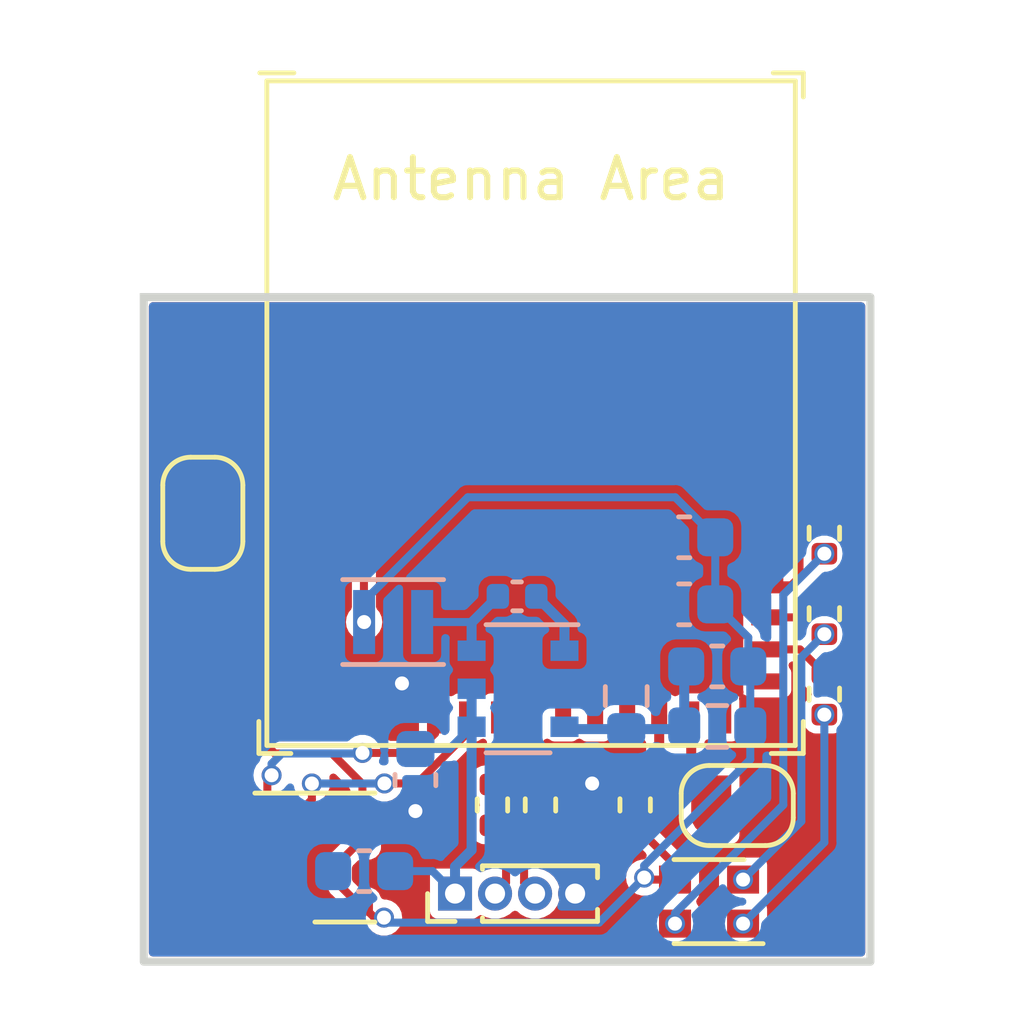
<source format=kicad_pcb>
(kicad_pcb (version 20221018) (generator pcbnew)

  (general
    (thickness 1.6)
  )

  (paper "A4")
  (layers
    (0 "F.Cu" signal)
    (31 "B.Cu" signal)
    (32 "B.Adhes" user "B.Adhesive")
    (33 "F.Adhes" user "F.Adhesive")
    (34 "B.Paste" user)
    (35 "F.Paste" user)
    (36 "B.SilkS" user "B.Silkscreen")
    (37 "F.SilkS" user "F.Silkscreen")
    (38 "B.Mask" user)
    (39 "F.Mask" user)
    (40 "Dwgs.User" user "User.Drawings")
    (41 "Cmts.User" user "User.Comments")
    (42 "Eco1.User" user "User.Eco1")
    (43 "Eco2.User" user "User.Eco2")
    (44 "Edge.Cuts" user)
    (45 "Margin" user)
    (46 "B.CrtYd" user "B.Courtyard")
    (47 "F.CrtYd" user "F.Courtyard")
    (48 "B.Fab" user)
    (49 "F.Fab" user)
    (50 "User.1" user)
    (51 "User.2" user)
    (52 "User.3" user)
    (53 "User.4" user)
    (54 "User.5" user)
    (55 "User.6" user)
    (56 "User.7" user)
    (57 "User.8" user)
    (58 "User.9" user)
  )

  (setup
    (stackup
      (layer "F.SilkS" (type "Top Silk Screen") (color "White"))
      (layer "F.Paste" (type "Top Solder Paste"))
      (layer "F.Mask" (type "Top Solder Mask") (color "Purple") (thickness 0.01))
      (layer "F.Cu" (type "copper") (thickness 0.035))
      (layer "dielectric 1" (type "core") (thickness 1.51) (material "FR4") (epsilon_r 4.5) (loss_tangent 0.02))
      (layer "B.Cu" (type "copper") (thickness 0.035))
      (layer "B.Mask" (type "Bottom Solder Mask") (color "Purple") (thickness 0.01))
      (layer "B.Paste" (type "Bottom Solder Paste"))
      (layer "B.SilkS" (type "Bottom Silk Screen") (color "White"))
      (copper_finish "None")
      (dielectric_constraints no)
    )
    (pad_to_mask_clearance 0)
    (pcbplotparams
      (layerselection 0x00010fc_ffffffff)
      (plot_on_all_layers_selection 0x0000000_00000000)
      (disableapertmacros false)
      (usegerberextensions false)
      (usegerberattributes true)
      (usegerberadvancedattributes true)
      (creategerberjobfile true)
      (dashed_line_dash_ratio 12.000000)
      (dashed_line_gap_ratio 3.000000)
      (svgprecision 4)
      (plotframeref false)
      (viasonmask false)
      (mode 1)
      (useauxorigin false)
      (hpglpennumber 1)
      (hpglpenspeed 20)
      (hpglpendiameter 15.000000)
      (dxfpolygonmode true)
      (dxfimperialunits true)
      (dxfusepcbnewfont true)
      (psnegative false)
      (psa4output false)
      (plotreference true)
      (plotvalue true)
      (plotinvisibletext false)
      (sketchpadsonfab false)
      (subtractmaskfromsilk false)
      (outputformat 1)
      (mirror false)
      (drillshape 0)
      (scaleselection 1)
      (outputdirectory "out/")
    )
  )

  (net 0 "")
  (net 1 "Net-(U3-BST)")
  (net 2 "Net-(U3-SW)")
  (net 3 "unconnected-(U1-NC-Pad4)")
  (net 4 "unconnected-(U1-GPIO2{slash}ADC1_CH2-Pad5)")
  (net 5 "unconnected-(U1-GPIO3{slash}ADC1_CH3-Pad6)")
  (net 6 "unconnected-(U1-NC-Pad7)")
  (net 7 "/SPI_CS")
  (net 8 "/SPI_MISO")
  (net 9 "unconnected-(U1-GPIO0{slash}ADC1_CH0{slash}XTAL_32K_P-Pad12)")
  (net 10 "unconnected-(U1-GPIO1{slash}ADC1_CH1{slash}XTAL_32K_N-Pad13)")
  (net 11 "/SPI_CLK")
  (net 12 "/SPI_MOSI")
  (net 13 "Net-(U3-FB)")
  (net 14 "GND")
  (net 15 "unconnected-(U1-GPIO14-Pad19)")
  (net 16 "unconnected-(U1-GPIO15-Pad20)")
  (net 17 "unconnected-(U1-NC-Pad21)")
  (net 18 "+5V")
  (net 19 "Net-(D1-RK)")
  (net 20 "unconnected-(U1-GPIO18-Pad24)")
  (net 21 "unconnected-(U1-GPIO19-Pad25)")
  (net 22 "Net-(D1-BK)")
  (net 23 "+3.3V")
  (net 24 "Net-(D1-GK)")
  (net 25 "unconnected-(U1-GPIO23-Pad29)")
  (net 26 "unconnected-(U1-U0RXD{slash}GPIO17-Pad30)")
  (net 27 "unconnected-(U1-U0TXD{slash}GPIO16-Pad31)")
  (net 28 "unconnected-(U1-NC-Pad32)")
  (net 29 "unconnected-(U1-NC-Pad33)")
  (net 30 "unconnected-(U1-NC-Pad34)")
  (net 31 "unconnected-(U1-NC-Pad35)")
  (net 32 "/D-")
  (net 33 "/USB_D+")
  (net 34 "/USB_D-")
  (net 35 "/D+")
  (net 36 "Net-(U1-GPIO8)")
  (net 37 "Net-(JP1-B)")
  (net 38 "Net-(JP2-B)")
  (net 39 "/LED_R")
  (net 40 "/LED_G")
  (net 41 "/LED_B")
  (net 42 "unconnected-(C5-Pad2)")

  (footprint "Resistor_SMD:R_0402_1005Metric" (layer "F.Cu") (at 15.765724 20.005724 -90))

  (footprint "Resistor_SMD:R_0402_1005Metric" (layer "F.Cu") (at 13.4 20.005724 90))

  (footprint "Resistor_SMD:R_0402_1005Metric" (layer "F.Cu") (at 20.490724 13.220724 -90))

  (footprint "Package_LGA:Bosch_LGA-8_3x3mm_P0.8mm_ClockwisePinNumbering" (layer "F.Cu") (at 7.765724 21.320724 90))

  (footprint "Jumper:SolderJumper-2_P1.3mm_Open_RoundedPad1.0x1.5mm" (layer "F.Cu") (at 4.965724 12.720724 -90))

  (footprint "qtech:LED_RGB_2518" (layer "F.Cu") (at 18.460724 22.970724 180))

  (footprint "Jumper:SolderJumper-2_P1.3mm_Open_RoundedPad1.0x1.5mm" (layer "F.Cu") (at 18.315724 20.020724 180))

  (footprint "Resistor_SMD:R_0402_1005Metric" (layer "F.Cu") (at 20.490724 17.240724 -90))

  (footprint "Connector_PinHeader_1.00mm:PinHeader_1x04_P1.00mm_Vertical" (layer "F.Cu") (at 11.265723 22.220724 90))

  (footprint "PCM_Espressif:ESP32-C6-MINI-1" (layer "F.Cu") (at 13.165724 10.220724))

  (footprint "Resistor_SMD:R_0402_1005Metric" (layer "F.Cu") (at 12.2 20.005724 -90))

  (footprint "Resistor_SMD:R_0402_1005Metric" (layer "F.Cu") (at 20.490724 15.230724 -90))

  (footprint "Capacitor_SMD:C_0603_1608Metric" (layer "B.Cu") (at 10.276425 19.384463 -90))

  (footprint "Capacitor_SMD:C_0603_1608Metric" (layer "B.Cu") (at 8.995255 21.659318 180))

  (footprint "Inductor_SMD:L_Murata_DFE201610P" (layer "B.Cu") (at 9.719848 15.43769 180))

  (footprint "Capacitor_SMD:C_0603_1608Metric" (layer "B.Cu") (at 16.990724 14.995724 180))

  (footprint "Resistor_SMD:R_0603_1608Metric" (layer "B.Cu") (at 15.542384 17.287008 90))

  (footprint "Package_SO:TSOP-6_1.65x3.05mm_P0.95mm" (layer "B.Cu") (at 12.84 17.103632 180))

  (footprint "Capacitor_SMD:C_0603_1608Metric" (layer "B.Cu") (at 17.815724 16.545724 180))

  (footprint "Capacitor_SMD:C_0402_1005Metric" (layer "B.Cu") (at 12.815724 14.795724 180))

  (footprint "Resistor_SMD:R_0603_1608Metric" (layer "B.Cu") (at 17.815724 18.045724 180))

  (footprint "Capacitor_SMD:C_0603_1608Metric" (layer "B.Cu") (at 16.990724 13.320724 180))

  (gr_rect locked (start 0 0) (end 25.4 25.4)
    (stroke (width 0.2) (type default)) (fill none) (layer "Dwgs.User") (tstamp 08ebc7fe-146c-4113-9321-9815cb725c5c))
  (gr_rect (start 3.490724 7.320724) (end 21.640724 23.920724)
    (stroke (width 0.2) (type default)) (fill none) (layer "Edge.Cuts") (tstamp 1a5102c1-18cc-45ce-9d86-fb1773b44cc8))

  (segment (start 14 15.5) (end 13.295724 14.795724) (width 0.25) (layer "B.Cu") (net 1) (tstamp 3fcc1c9f-204b-43e8-98a0-bf1332c24d3c))
  (segment (start 14 16.153632) (end 14 15.5) (width 0.25) (layer "B.Cu") (net 1) (tstamp ef5880ed-642a-4f6c-b6fa-ace9d9dd1a56))
  (segment (start 10.444848 15.43769) (end 11.666242 15.43769) (width 0.2) (layer "B.Cu") (net 2) (tstamp 14843f8c-7666-4067-8d21-030a4fa17f5d))
  (segment (start 11.666242 15.43769) (end 11.68 15.451448) (width 0.2) (layer "B.Cu") (net 2) (tstamp cc5724b8-d2d5-4aa8-849d-81dd40ad2a92))
  (segment (start 11.68 15.451448) (end 12.335724 14.795724) (width 0.25) (layer "B.Cu") (net 2) (tstamp de42354e-c70f-4564-8b91-5b55b07fd0b4))
  (segment (start 11.68 16.153632) (end 11.68 15.451448) (width 0.25) (layer "B.Cu") (net 2) (tstamp ee629d75-43b3-4f5d-893a-64305409980c))
  (segment (start 6.015724 15.970724) (end 6.015724 21.221765) (width 0.2) (layer "F.Cu") (net 7) (tstamp 2eb50036-50d3-4779-acff-505ed6ae7c9e))
  (segment (start 6.015724 21.221765) (end 6.514683 21.720724) (width 0.2) (layer "F.Cu") (net 7) (tstamp 72aa6695-83bc-4a2b-af40-702f6377c18a))
  (segment (start 6.514683 21.720724) (end 6.578224 21.720724) (width 0.2) (layer "F.Cu") (net 7) (tstamp b39a28ff-89f0-4c5b-9ac1-e61bec5de1b6))
  (segment (start 6.665724 15.320724) (end 6.015724 15.970724) (width 0.2) (layer "F.Cu") (net 7) (tstamp d9021282-dcb1-4767-b494-747744764d4b))
  (segment (start 7.265724 15.320724) (end 6.665724 15.320724) (width 0.2) (layer "F.Cu") (net 7) (tstamp efbe178f-48e1-4a68-b807-514f492f7ed9))
  (segment (start 6.415724 18.370724) (end 6.765724 18.720724) (width 0.2) (layer "F.Cu") (net 8) (tstamp 23332b32-6964-4a83-a35a-b74906397ed4))
  (segment (start 8.953224 19.483224) (end 8.953224 20.120724) (width 0.2) (layer "F.Cu") (net 8) (tstamp 47c5aef7-cb19-4b97-a393-d38a9b357616))
  (segment (start 8.190724 18.720724) (end 8.953224 19.483224) (width 0.2) (layer "F.Cu") (net 8) (tstamp 4fc19adf-1baf-4e16-805c-3028adc21820))
  (segment (start 7.265724 16.120724) (end 6.865724 16.120724) (width 0.2) (layer "F.Cu") (net 8) (tstamp 5816fc29-dd39-4ca3-9c38-26fca3ec35a1))
  (segment (start 6.415724 16.570724) (end 6.415724 18.370724) (width 0.2) (layer "F.Cu") (net 8) (tstamp 72f139fa-de88-4826-a233-843b8a0b1ebb))
  (segment (start 6.865724 16.120724) (end 6.415724 16.570724) (width 0.2) (layer "F.Cu") (net 8) (tstamp b01d6bc9-a987-49cf-9557-4cc81c5992f2))
  (segment (start 6.765724 18.720724) (end 8.190724 18.720724) (width 0.2) (layer "F.Cu") (net 8) (tstamp dc1e31cc-9c5a-4222-a049-764c17734743))
  (segment (start 6.578224 19.370132) (end 6.684211 19.264145) (width 0.2) (layer "F.Cu") (net 11) (tstamp 1b384f46-2710-492a-bd25-1ec9231dae7f))
  (segment (start 10.765724 18.220724) (end 10.765724 17.820724) (width 0.2) (layer "F.Cu") (net 11) (tstamp 50c33308-7188-4032-8bd6-9ca3a98993cd))
  (segment (start 6.578224 20.120724) (end 6.578224 19.370132) (width 0.2) (layer "F.Cu") (net 11) (tstamp 77019824-8526-4d59-b421-b39f7e85d29a))
  (segment (start 8.95428 18.707168) (end 10.27928 18.707168) (width 0.2) (layer "F.Cu") (net 11) (tstamp dbf7c8da-5644-4f35-b533-be5f255f9b3a))
  (segment (start 10.27928 18.707168) (end 10.765724 18.220724) (width 0.2) (layer "F.Cu") (net 11) (tstamp e1605246-7174-4f64-903e-6696e3af3a6a))
  (via (at 6.684211 19.264145) (size 0.5) (drill 0.35) (layers "F.Cu" "B.Cu") (net 11) (tstamp 331c63f1-7b37-43aa-a3fd-033460fd55cb))
  (via (at 8.95428 18.707168) (size 0.5) (drill 0.35) (layers "F.Cu" "B.Cu") (net 11) (tstamp 736d1098-af19-4008-83af-74e30306f654))
  (segment (start 6.684211 18.977237) (end 6.684211 19.264145) (width 0.2) (layer "B.Cu") (net 11) (tstamp 4761705d-b7cd-4c2b-ad4b-b045fb17d70e))
  (segment (start 8.940724 18.720724) (end 6.940724 18.720724) (width 0.2) (layer "B.Cu") (net 11) (tstamp 8688243d-ace0-492b-8841-85fb6a2ef993))
  (segment (start 6.940724 18.720724) (end 6.684211 18.977237) (width 0.2) (layer "B.Cu") (net 11) (tstamp 9eef9e1c-bacb-4b27-9dfa-1eda9109c8de))
  (segment (start 8.95428 18.707168) (end 8.940724 18.720724) (width 0.2) (layer "B.Cu") (net 11) (tstamp fab0ca46-e413-437d-9d6a-cf297260cc84))
  (segment (start 10.317309 19.469139) (end 11.565724 18.220724) (width 0.2) (layer "F.Cu") (net 12) (tstamp 468bb1f5-74c8-4e1f-b58b-bef9cf711b64))
  (segment (start 6.641765 20.920724) (end 6.578224 20.920724) (width 0.2) (layer "F.Cu") (net 12) (tstamp 6c09d7f2-2caa-492a-a63e-29b880bc2646))
  (segment (start 7.690724 19.470724) (end 7.690724 19.871765) (width 0.2) (layer "F.Cu") (net 12) (tstamp 7443e800-092d-4b7f-990b-0b54908e2d09))
  (segment (start 11.565724 18.220724) (end 11.565724 17.820724) (width 0.2) (layer "F.Cu") (net 12) (tstamp 99d89860-ded4-45a7-a1a5-cdcf02592ef4))
  (segment (start 9.502544 19.469139) (end 10.317309 19.469139) (width 0.2) (layer "F.Cu") (net 12) (tstamp bb8ba42d-68c9-45db-b517-e7afce881e4e))
  (segment (start 7.690724 19.871765) (end 6.641765 20.920724) (width 0.2) (layer "F.Cu") (net 12) (tstamp e59159c3-4de6-4664-8da9-3dfa1e99b7a7))
  (via (at 9.502544 19.469139) (size 0.5) (drill 0.35) (layers "F.Cu" "B.Cu") (net 12) (tstamp 0f8e8e2b-c380-414c-a183-b381d8527769))
  (via (at 7.690724 19.470724) (size 0.5) (drill 0.35) (layers "F.Cu" "B.Cu") (net 12) (tstamp f0972401-c103-482e-8e96-c99c268250e9))
  (segment (start 9.502544 19.469139) (end 9.500959 19.470724) (width 0.2) (layer "B.Cu") (net 12) (tstamp bca7f6ec-6665-44f2-8d76-6401b9e37adc))
  (segment (start 9.500959 19.470724) (end 7.690724 19.470724) (width 0.2) (layer "B.Cu") (net 12) (tstamp c48c1e0f-ff7f-40bc-9e60-b65f155cd5af))
  (segment (start 16.990724 18.045724) (end 16.990724 16.595724) (width 0.25) (layer "B.Cu") (net 13) (tstamp 28f84b00-ebbf-4f8f-aa62-f794f63d7924))
  (segment (start 14.058376 18.112008) (end 14 18.053632) (width 0.25) (layer "B.Cu") (net 13) (tstamp 2a0485dd-1123-44a8-bb34-e5840144c610))
  (segment (start 15.542384 18.112008) (end 14.058376 18.112008) (width 0.25) (layer "B.Cu") (net 13) (tstamp 6025fa60-053f-44af-a3ce-2755dbe2a2c1))
  (segment (start 16.990724 16.595724) (end 17.040724 16.545724) (width 0.25) (layer "B.Cu") (net 13) (tstamp 9eeb2499-f98a-4861-9b87-46bc240c6729))
  (segment (start 16.990724 18.045724) (end 16.92444 18.112008) (width 0.25) (layer "B.Cu") (net 13) (tstamp c3101b9f-0e69-4531-a9dc-3e17966312fa))
  (segment (start 16.92444 18.112008) (end 15.542384 18.112008) (width 0.25) (layer "B.Cu") (net 13) (tstamp d0f744b2-8e34-411f-be81-819c31e97e71))
  (segment (start 6.578224 22.520724) (end 6.67712 22.520724) (width 0.25) (layer "F.Cu") (net 14) (tstamp c29314a3-be9c-470d-9d11-f78f110253d2))
  (segment (start 6.505724 22.593224) (end 6.578224 22.520724) (width 0.25) (layer "F.Cu") (net 14) (tstamp dd26db30-ccb2-448e-8ed7-85e856efc908))
  (via (at 10.276425 20.159463) (size 0.5) (drill 0.35) (layers "F.Cu" "B.Cu") (net 14) (tstamp 232fef33-5c17-4deb-883c-f8e0a485616b))
  (via (at 9.940724 16.970724) (size 0.5) (drill 0.35) (layers "F.Cu" "B.Cu") (free) (net 14) (tstamp 243c267b-e179-4c6b-b8e8-cfd848d97639))
  (via (at 14.690724 19.470724) (size 0.5) (drill 0.35) (layers "F.Cu" "B.Cu") (free) (net 14) (tstamp ef552ec8-f3bf-4da9-a12c-43bb5bae6e70))
  (segment (start 11.68 21.131448) (end 11.68 18.053632) (width 0.25) (layer "B.Cu") (net 18) (tstamp 1329ddf4-345f-450f-a35b-a3a1d6a4ed3a))
  (segment (start 11.265723 22.220724) (end 11.265723 21.545725) (width 0.25) (layer "B.Cu") (net 18) (tstamp 2fcdae1a-220c-4bf7-a476-bb16e570c5b2))
  (segment (start 10.704317 21.659318) (end 11.265723 22.220724) (width 0.2) (layer "B.Cu") (net 18) (tstamp 35cda845-3957-4908-83ba-a8f7a8d48495))
  (segment (start 10.276425 18.609463) (end 11.124169 18.609463) (width 0.2) (layer "B.Cu") (net 18) (tstamp 4d51f068-e245-4afe-bc79-6602a0ad5f26))
  (segment (start 9.770255 21.659318) (end 10.704317 21.659318) (width 0.2) (layer "B.Cu") (net 18) (tstamp 966791a7-fac6-4c93-9df6-f1cdf699e914))
  (segment (start 11.68 17.103632) (end 11.68 18.053632) (width 0.25) (layer "B.Cu") (net 18) (tstamp aa0c4b52-212b-40f0-b3a2-6f131a64b07d))
  (segment (start 11.124169 18.609463) (end 11.68 18.053632) (width 0.2) (layer "B.Cu") (net 18) (tstamp e07d0984-3d1e-4c4b-aca5-db1649a7473d))
  (segment (start 11.265723 21.545725) (end 11.68 21.131448) (width 0.25) (layer "B.Cu") (net 18) (tstamp f884baaf-5bf5-49b3-9d22-1965c64dc2e1))
  (via (at 18.460724 22.970724) (size 0.5) (drill 0.35) (layers "F.Cu" "B.Cu") (net 19) (tstamp 171aaaaf-c145-428e-b920-dd7758330ff7))
  (via (at 20.490724 17.750724) (size 0.5) (drill 0.35) (layers "F.Cu" "B.Cu") (net 19) (tstamp 63f3719d-7636-4371-90af-598d9d0d0452))
  (segment (start 18.460724 22.970724) (end 20.490724 20.940724) (width 0.2) (layer "B.Cu") (net 19) (tstamp 358bf6a2-eb12-4b90-93e0-5bf06d368fa6))
  (segment (start 20.490724 20.940724) (end 20.490724 17.750724) (width 0.2) (layer "B.Cu") (net 19) (tstamp db383339-db8b-45b4-958a-4f7d4a146aea))
  (via (at 20.490724 13.730724) (size 0.5) (drill 0.35) (layers "F.Cu" "B.Cu") (net 22) (tstamp b22a8d9c-91f5-42f3-8a79-8a4eb4ce44ab))
  (via (at 16.760724 22.970724) (size 0.5) (drill 0.35) (layers "F.Cu" "B.Cu") (net 22) (tstamp f3b72fe7-c9c0-495c-97d1-df4105ebc8f9))
  (segment (start 16.760724 22.970724) (end 16.760724 22.710724) (width 0.2) (layer "B.Cu") (net 22) (tstamp 267f2f41-b10f-443c-a277-2c491e21c048))
  (segment (start 19.465724 20.005724) (end 19.465724 14.755724) (width 0.2) (layer "B.Cu") (net 22) (tstamp 3d0f1c15-75a0-407e-845e-5a4eef297938))
  (segment (start 16.760724 22.710724) (end 19.465724 20.005724) (width 0.2) (layer "B.Cu") (net 22) (tstamp 7e2959da-b280-4c1a-9163-df71f9a12e4b))
  (segment (start 19.465724 14.755724) (end 20.490724 13.730724) (width 0.2) (layer "B.Cu") (net 22) (tstamp ec2a34b1-10ff-48b3-8fef-ba282671154b))
  (segment (start 8.990724 15.433566) (end 8.990724 11.645724) (width 0.2) (layer "F.Cu") (net 23) (tstamp 158b4456-a765-4fe1-82dc-2ed151d720c8))
  (segment (start 8.953224 22.520724) (end 8.889683 22.520724) (width 0.2) (layer "F.Cu") (net 23) (tstamp 20052897-4960-471c-94cd-0c02fb98eb39))
  (segment (start 16.760724 21.510724) (end 16.760724 21.870724) (width 0.2) (layer "F.Cu") (net 23) (tstamp 46297cf2-c15d-4a01-822c-206cf8089bdb))
  (segment (start 15.765724 20.515724) (end 16.760724 21.510724) (width 0.2) (layer "F.Cu") (net 23) (tstamp 4bbc2284-cf17-407f-be7f-dcaf87783105))
  (segment (start 8.889683 22.520724) (end 8.390724 22.021765) (width 0.2) (layer "F.Cu") (net 23) (tstamp 5a7aff82-9df3-4ef0-82f9-058431c2521e))
  (segment (start 16.040724 21.870724) (end 16.760724 21.870724) (width 0.2) (layer "F.Cu") (net 23) (tstamp 68e3ef12-818c-4b38-ac4f-4d7d35c51004))
  (segment (start 8.390724 22.021765) (end 8.390724 21.419683) (width 0.2) (layer "F.Cu") (net 23) (tstamp 6f228322-f707-418c-acdd-98071120cc86))
  (segment (start 8.994848 15.43769) (end 8.990724 15.433566) (width 0.2) (layer "F.Cu") (net 23) (tstamp 7cd5eb7b-122c-4044-8316-3fdf6280c9d4))
  (segment (start 8.390724 21.419683) (end 8.889683 20.920724) (width 0.2) (layer "F.Cu") (net 23) (tstamp 7cdd97c5-3c84-43fd-a62a-3398b4d0b3e2))
  (segment (start 9.253224 22.820724) (end 8.953224 22.520724) (width 0.2) (layer "F.Cu") (net 23) (tstamp 7e2639b4-d075-4460-97fb-ac3e74e16cc7))
  (segment (start 8.889683 20.920724) (end 8.953224 20.920724) (width 0.2) (layer "F.Cu") (net 23) (tstamp 90ac3136-886c-4996-937d-27d575e0affb))
  (segment (start 8.990724 11.645724) (end 7.865724 10.520724) (width 0.2) (layer "F.Cu") (net 23) (tstamp 9cca774b-4d77-4a0a-980b-97c09f5f1ecf))
  (segment (start 15.990724 21.820724) (end 16.040724 21.870724) (width 0.2) (layer "F.Cu") (net 23) (tstamp acf1c35f-159c-45c0-95ce-7e35c87e2679))
  (segment (start 9.490724 22.820724) (end 9.253224 22.820724) (width 0.2) (layer "F.Cu") (net 23) (tstamp c26a8b2b-bf7b-4bbd-a1f1-7d58e64ceb94))
  (segment (start 7.865724 10.520724) (end 7.265724 10.520724) (width 0.2) (layer "F.Cu") (net 23) (tstamp e77a9195-0e1d-460a-a29a-8e923bf6b119))
  (via (at 9.490724 22.820724) (size 0.5) (drill 0.35) (layers "F.Cu" "B.Cu") (net 23) (tstamp 42cdc9ab-21aa-4e67-9645-05191945ccaf))
  (via (at 8.994848 15.43769) (size 0.5) (drill 0.35) (layers "F.Cu" "B.Cu") (net 23) (tstamp 500d6b35-e119-4f73-a09b-80b64053da55))
  (via (at 15.990724 21.820724) (size 0.5) (drill 0.35) (layers "F.Cu" "B.Cu") (net 23) (tstamp c6841969-3387-4f17-a63c-941656e3f230))
  (segment (start 18.590724 16.545724) (end 18.590724 15.820724) (width 0.2) (layer "B.Cu") (net 23) (tstamp 020d4efd-fb51-4c5b-950b-1f4a70b3273d))
  (segment (start 15.990724 21.521028) (end 15.990724 21.820724) (width 0.2) (layer "B.Cu") (net 23) (tstamp 1383ac49-441f-4eb4-9217-e5d5971e349a))
  (segment (start 17.765724 14.995724) (end 17.840724 14.920724) (width 0.2) (layer "B.Cu") (net 23) (tstamp 30469bd9-431d-4e6e-9ee2-1023251bc86c))
  (segment (start 18.640724 16.595724) (end 18.590724 16.545724) (width 0.2) (layer "B.Cu") (net 23) (tstamp 48e2ba5f-8b86-43b8-9fd6-7c3a226c3b47))
  (segment (start 11.586814 12.320724) (end 16.765724 12.320724) (width 0.2) (layer "B.Cu") (net 23) (tstamp 4ff1b2de-8fe9-48ce-8d7a-b9d1a5924f9f))
  (segment (start 14.865724 22.945724) (end 9.615724 22.945724) (width 0.2) (layer "B.Cu") (net 23) (tstamp 55340667-4379-4ead-badc-a1a609029d4d))
  (segment (start 16.765724 12.320724) (end 17.765724 13.320724) (width 0.2) (layer "B.Cu") (net 23) (tstamp 59639fe7-e9c3-43aa-94bb-1d0fcaf74f3b))
  (segment (start 17.765724 14.995724) (end 17.765724 13.320724) (width 0.2) (layer "B.Cu") (net 23) (tstamp 95027e52-b7e7-40be-a417-d9abe3252771))
  (segment (start 18.640724 18.871028) (end 15.990724 21.521028) (width 0.2) (layer "B.Cu") (net 23) (tstamp a891476e-43f7-4082-987d-478a66107a78))
  (segment (start 18.590724 15.820724) (end 17.765724 14.995724) (width 0.2) (layer "B.Cu") (net 23) (tstamp ad544290-c671-48f0-b423-5edd21e37d04))
  (segment (start 18.640724 18.045724) (end 18.640724 18.871028) (width 0.2) (layer "B.Cu") (net 23) (tstamp ae042166-f903-4015-a35e-af0bf0b7f934))
  (segment (start 18.640724 18.045724) (end 18.640724 16.595724) (width 0.2) (layer "B.Cu") (net 23) (tstamp b98fa798-8173-420f-88de-efb2a4b6df8d))
  (segment (start 8.994848 15.43769) (end 8.994848 14.91269) (width 0.2) (layer "B.Cu") (net 23) (tstamp db7aca3b-937f-44e1-811e-b25a107d6180))
  (segment (start 15.990724 21.820724) (end 14.865724 22.945724) (width 0.2) (layer "B.Cu") (net 23) (tstamp dfaed083-3fa8-4517-ad89-99de5fe17303))
  (segment (start 9.615724 22.945724) (end 9.490724 22.820724) (width 0.2) (layer "B.Cu") (net 23) (tstamp f0ef33dc-3ffb-45b7-bf7a-368d922e8f3b))
  (segment (start 8.994848 14.91269) (end 11.586814 12.320724) (width 0.2) (layer "B.Cu") (net 23) (tstamp f2a86824-c945-4b40-a31c-d03a88209c68))
  (via (at 20.490724 15.740724) (size 0.5) (drill 0.35) (layers "F.Cu" "B.Cu") (net 24) (tstamp 4e478e43-e43f-4f29-92e5-627c8fa22986))
  (via (at 18.460724 21.870724) (size 0.5) (drill 0.35) (layers "F.Cu" "B.Cu") (net 24) (tstamp c40704b1-9d72-471c-b58d-fa588712a929))
  (segment (start 18.460724 21.870724) (end 19.915724 20.415724) (width 0.2) (layer "B.Cu") (net 24) (tstamp 701b00ea-9628-434e-8279-df58a3190b2a))
  (segment (start 19.915724 16.315724) (end 20.490724 15.740724) (width 0.2) (layer "B.Cu") (net 24) (tstamp 8c6d490e-34da-46f3-a6cd-3f548591c928))
  (segment (start 19.915724 20.415724) (end 19.915724 16.315724) (width 0.2) (layer "B.Cu") (net 24) (tstamp ed1391c5-52ab-4383-b272-8fdf22342772))
  (segment (start 12.2 20.515724) (end 12.540722 20.856446) (width 0.2) (layer "F.Cu") (net 32) (tstamp 29b3ef80-acb5-4c5d-a2e9-21dce3242195))
  (segment (start 12.540722 21.945725) (end 12.265723 22.220724) (width 0.2) (layer "F.Cu") (net 32) (tstamp e89dfdc6-06e1-40a3-9c38-ff6264e28ade))
  (segment (start 12.540722 20.856446) (end 12.540722 21.945725) (width 0.2) (layer "F.Cu") (net 32) (tstamp ef1b7ecf-7eb0-4209-8b62-d2b7096dc9eb))
  (segment (start 13.165724 19.261448) (end 13.165724 17.820724) (width 0.2) (layer "F.Cu") (net 33) (tstamp 3c33e4bb-a07e-4321-b516-f15a751171d1))
  (segment (start 13.4 19.495724) (end 13.165724 19.261448) (width 0.2) (layer "F.Cu") (net 33) (tstamp 42e1e246-3a9e-4f81-893d-79324570f1f2))
  (segment (start 12.2 19.495724) (end 12.365724 19.33) (width 0.2) (layer "F.Cu") (net 34) (tstamp 2d64ed03-0e3a-4e89-8b05-f76ddf439ea6))
  (segment (start 12.365724 19.33) (end 12.365724 17.820724) (width 0.2) (layer "F.Cu") (net 34) (tstamp 9e472476-543c-4967-909d-d91e1ba25335))
  (segment (start 13.4 20.515724) (end 12.990724 20.925) (width 0.2) (layer "F.Cu") (net 35) (tstamp 317116c4-0728-4b8b-a5c9-6e28d7a95402))
  (segment (start 12.990724 21.945725) (end 13.265723 22.220724) (width 0.2) (layer "F.Cu") (net 35) (tstamp b9fdc506-285d-47db-b5f0-b8684920a435))
  (segment (start 12.990724 20.925) (end 12.990724 21.945725) (width 0.2) (layer "F.Cu") (net 35) (tstamp d8ebdb40-90d3-406c-904d-91977f0f844f))
  (segment (start 15.765724 19.495724) (end 16.365724 18.895724) (width 0.25) (layer "F.Cu") (net 36) (tstamp 4b2a68cb-f909-4c0f-90a8-9bd2d7b413d1))
  (segment (start 16.365724 18.895724) (end 16.365724 17.820724) (width 0.25) (layer "F.Cu") (net 36) (tstamp 9a14b21b-5a88-4645-83ff-d61c2912a83f))
  (segment (start 6.115724 14.520724) (end 7.265724 14.520724) (width 0.2) (layer "F.Cu") (net 37) (tstamp 20a4957e-1ace-4dda-ac34-8169b574aab3))
  (segment (start 4.965724 13.370724) (end 6.115724 14.520724) (width 0.2) (layer "F.Cu") (net 37) (tstamp b047f178-e165-4829-a0e6-05ab46209691))
  (segment (start 17.165724 19.520724) (end 17.165724 17.820724) (width 0.25) (layer "F.Cu") (net 38) (tstamp 20ea2ab9-d310-42a8-af44-ccbcfdc7f13f))
  (segment (start 17.665724 20.020724) (end 17.165724 19.520724) (width 0.25) (layer "F.Cu") (net 38) (tstamp f6f605fd-46ea-428a-933a-0fff1973079a))
  (segment (start 19.880724 16.120724) (end 20.490724 16.730724) (width 0.2) (layer "F.Cu") (net 39) (tstamp c73ddf3c-ed43-4ea3-b190-5a12e9e6f9bf))
  (segment (start 19.065724 16.120724) (end 19.880724 16.120724) (width 0.2) (layer "F.Cu") (net 39) (tstamp f8f24f02-18cc-442a-9196-4109de0cedf9))
  (segment (start 19.065724 15.320724) (end 19.890724 15.320724) (width 0.2) (layer "F.Cu") (net 40) (tstamp 76a768ca-6f8f-4ac7-b9f1-c9c5ce0d1549))
  (segment (start 19.890724 15.320724) (end 20.490724 14.720724) (width 0.2) (layer "F.Cu") (net 40) (tstamp 82232bdd-bb67-400f-af22-7d36c1c4142b))
  (segment (start 19.870724 14.315724) (end 19.870724 13.330724) (width 0.2) (layer "F.Cu") (net 41) (tstamp 451d782e-6d64-4869-81a2-6ec25b3f7450))
  (segment (start 19.870724 13.330724) (end 20.490724 12.710724) (width 0.2) (layer "F.Cu") (net 41) (tstamp a05fe771-7339-4067-92b1-0e32880d6a25))
  (segment (start 19.065724 14.520724) (end 19.665724 14.520724) (width 0.2) (layer "F.Cu") (net 41) (tstamp ac6a0f1e-1aa7-4225-8d9f-808fecb37eab))
  (segment (start 19.665724 14.520724) (end 19.870724 14.315724) (width 0.2) (layer "F.Cu") (net 41) (tstamp be3b2879-61e6-4f2d-a54e-eaec2a2fbc60))

  (zone (net 14) (net_name "GND") (layers "F&B.Cu") (tstamp 1cfefe4b-fd73-4595-9c3e-db3ded885eea) (hatch edge 0.5)
    (connect_pads yes (clearance 0.127))
    (min_thickness 0.2) (filled_areas_thickness no)
    (fill yes (thermal_gap 0.5) (thermal_bridge_width 0.5))
    (polygon
      (pts
        (xy 3.490724 7.320724)
        (xy 21.640724 7.320724)
        (xy 21.640724 23.920724)
        (xy 3.490724 23.920724)
      )
    )
    (filled_polygon
      (layer "F.Cu")
      (pts
        (xy 21.472415 7.467131)
        (xy 21.508379 7.516631)
        (xy 21.513224 7.547224)
        (xy 21.513224 23.694224)
        (xy 21.494317 23.752415)
        (xy 21.444817 23.788379)
        (xy 21.414224 23.793224)
        (xy 3.717224 23.793224)
        (xy 3.659033 23.774317)
        (xy 3.623069 23.724817)
        (xy 3.618224 23.694224)
        (xy 3.618224 13.442612)
        (xy 4.011296 13.442612)
        (xy 4.019576 13.500203)
        (xy 4.019577 13.500208)
        (xy 4.060083 13.638159)
        (xy 4.084256 13.691092)
        (xy 4.08426 13.691099)
        (xy 4.161979 13.812034)
        (xy 4.161985 13.812042)
        (xy 4.161987 13.812044)
        (xy 4.200092 13.856019)
        (xy 4.200099 13.856025)
        (xy 4.200101 13.856027)
        (xy 4.308747 13.950169)
        (xy 4.30876 13.950178)
        (xy 4.357691 13.981624)
        (xy 4.357695 13.981626)
        (xy 4.357701 13.98163)
        (xy 4.488486 14.041358)
        (xy 4.544316 14.057751)
        (xy 4.591754 14.064571)
        (xy 4.686627 14.078213)
        (xy 4.686631 14.078213)
        (xy 4.744819 14.078213)
        (xy 4.753985 14.076894)
        (xy 4.759097 14.076159)
        (xy 4.773187 14.075152)
        (xy 5.158261 14.075152)
        (xy 5.17235 14.076159)
        (xy 5.177462 14.076894)
        (xy 5.186629 14.078213)
        (xy 5.207234 14.078213)
        (xy 5.265425 14.09712)
        (xy 5.277237 14.107208)
        (xy 5.667576 14.497548)
        (xy 5.857161 14.687133)
        (xy 5.865261 14.698372)
        (xy 5.86624 14.697633)
        (xy 5.871768 14.704954)
        (xy 5.907283 14.73733)
        (xy 5.908935 14.738908)
        (xy 5.916671 14.746643)
        (xy 5.922927 14.752899)
        (xy 5.925178 14.754441)
        (xy 5.925854 14.754904)
        (xy 5.931236 14.759167)
        (xy 5.946334 14.77293)
        (xy 5.954791 14.78064)
        (xy 5.963952 14.784188)
        (xy 5.98414 14.794829)
        (xy 5.992244 14.800381)
        (xy 6.023282 14.807681)
        (xy 6.02982 14.809706)
        (xy 6.059551 14.821224)
        (xy 6.069376 14.821224)
        (xy 6.09204 14.823853)
        (xy 6.101605 14.826103)
        (xy 6.126218 14.822669)
        (xy 6.133177 14.821699)
        (xy 6.140023 14.821224)
        (xy 6.638821 14.821224)
        (xy 6.697012 14.840131)
        (xy 6.721169 14.865271)
        (xy 6.721502 14.86577)
        (xy 6.738075 14.924667)
        (xy 6.721603 14.975524)
        (xy 6.72127 14.976025)
        (xy 6.673312 15.014021)
        (xy 6.642412 15.019578)
        (xy 6.642433 15.019802)
        (xy 6.639824 15.020043)
        (xy 6.638821 15.020224)
        (xy 6.637877 15.020224)
        (xy 6.634382 15.020877)
        (xy 6.627569 15.021667)
        (xy 6.595735 15.023138)
        (xy 6.595731 15.023139)
        (xy 6.586737 15.02711)
        (xy 6.564952 15.033856)
        (xy 6.555295 15.035661)
        (xy 6.555289 15.035664)
        (xy 6.528189 15.052442)
        (xy 6.52212 15.055641)
        (xy 6.492962 15.068516)
        (xy 6.492955 15.06852)
        (xy 6.48601 15.075466)
        (xy 6.46813 15.089629)
        (xy 6.459772 15.094804)
        (xy 6.440563 15.120239)
        (xy 6.436059 15.125416)
        (xy 5.849314 15.712161)
        (xy 5.838085 15.720274)
        (xy 5.838814 15.721239)
        (xy 5.831495 15.726765)
        (xy 5.799096 15.762304)
        (xy 5.79752 15.763955)
        (xy 5.783554 15.777922)
        (xy 5.783541 15.777937)
        (xy 5.781537 15.780862)
        (xy 5.777285 15.786228)
        (xy 5.755808 15.809789)
        (xy 5.755807 15.809791)
        (xy 5.752253 15.818964)
        (xy 5.74162 15.839136)
        (xy 5.73607 15.847239)
        (xy 5.736066 15.847248)
        (xy 5.728769 15.878269)
        (xy 5.72674 15.884822)
        (xy 5.715224 15.914548)
        (xy 5.715224 15.924375)
        (xy 5.712594 15.947042)
        (xy 5.710345 15.956605)
        (xy 5.711363 15.963899)
        (xy 5.714749 15.988176)
        (xy 5.715224 15.995022)
        (xy 5.715224 21.1566)
        (xy 5.713004 21.170278)
        (xy 5.714218 21.170448)
        (xy 5.71295 21.179531)
        (xy 5.715171 21.227548)
        (xy 5.715224 21.229821)
        (xy 5.715224 21.249609)
        (xy 5.715874 21.253091)
        (xy 5.715876 21.253097)
        (xy 5.716667 21.259914)
        (xy 5.718138 21.291752)
        (xy 5.718139 21.291759)
        (xy 5.722108 21.300747)
        (xy 5.728857 21.322538)
        (xy 5.730663 21.332198)
        (xy 5.747441 21.359298)
        (xy 5.750639 21.365365)
        (xy 5.755413 21.376175)
        (xy 5.763518 21.39453)
        (xy 5.770469 21.401481)
        (xy 5.784631 21.419361)
        (xy 5.789805 21.427717)
        (xy 5.815239 21.446924)
        (xy 5.820418 21.45143)
        (xy 6.086228 21.717241)
        (xy 6.114005 21.771757)
        (xy 6.115224 21.787243)
        (xy 6.115224 21.883857)
        (xy 6.115225 21.883869)
        (xy 6.121464 21.931268)
        (xy 6.121464 21.93127)
        (xy 6.169975 22.0353)
        (xy 6.169976 22.035301)
        (xy 6.169977 22.035303)
        (xy 6.251145 22.116471)
        (xy 6.355179 22.164983)
        (xy 6.402585 22.171224)
        (xy 6.753862 22.171223)
        (xy 6.801269 22.164983)
        (xy 6.80127 22.164983)
        (xy 6.871576 22.132198)
        (xy 6.905303 22.116471)
        (xy 6.986471 22.035303)
        (xy 7.034983 21.931269)
        (xy 7.041224 21.883863)
        (xy 7.041223 21.557586)
        (xy 7.034983 21.510179)
        (xy 7.034983 21.510177)
        (xy 6.986472 21.406147)
        (xy 6.98647 21.406144)
        (xy 6.971052 21.390725)
        (xy 6.943275 21.336208)
        (xy 6.952848 21.275776)
        (xy 6.971052 21.250721)
        (xy 6.986471 21.235303)
        (xy 7.034983 21.131269)
        (xy 7.041224 21.083863)
        (xy 7.041223 20.987243)
        (xy 7.06013 20.929053)
        (xy 7.070213 20.917245)
        (xy 7.857129 20.130329)
        (xy 7.868388 20.122258)
        (xy 7.867629 20.121252)
        (xy 7.874945 20.115726)
        (xy 7.874952 20.115723)
        (xy 7.907356 20.080176)
        (xy 7.90891 20.078548)
        (xy 7.922898 20.064562)
        (xy 7.924905 20.06163)
        (xy 7.929164 20.056255)
        (xy 7.933357 20.051656)
        (xy 7.95064 20.032698)
        (xy 7.954189 20.023535)
        (xy 7.96483 20.003347)
        (xy 7.97038 19.995246)
        (xy 7.977679 19.964208)
        (xy 7.979701 19.957679)
        (xy 7.991224 19.927938)
        (xy 7.991224 19.918113)
        (xy 7.993853 19.895448)
        (xy 7.996103 19.885884)
        (xy 7.992744 19.861804)
        (xy 8.003431 19.80156)
        (xy 8.015975 19.783297)
        (xy 8.020943 19.777564)
        (xy 8.073606 19.716787)
        (xy 8.127421 19.59895)
        (xy 8.134526 19.549531)
        (xy 8.145857 19.470726)
        (xy 8.145857 19.470721)
        (xy 8.126414 19.335489)
        (xy 8.128903 19.335131)
        (xy 8.130322 19.285287)
        (xy 8.167681 19.23683)
        (xy 8.226386 19.219587)
        (xy 8.284015 19.240143)
        (xy 8.293571 19.248543)
        (xy 8.623727 19.578698)
        (xy 8.651505 19.633215)
        (xy 8.652724 19.648702)
        (xy 8.652724 19.65739)
        (xy 8.633817 19.715581)
        (xy 8.623728 19.727393)
        (xy 8.544977 19.806143)
        (xy 8.498121 19.906627)
        (xy 8.496465 19.910179)
        (xy 8.495421 19.918113)
        (xy 8.490224 19.957586)
        (xy 8.490224 20.283857)
        (xy 8.490225 20.283869)
        (xy 8.496464 20.331268)
        (xy 8.496464 20.33127)
        (xy 8.544975 20.4353)
        (xy 8.544976 20.435301)
        (xy 8.544977 20.435303)
        (xy 8.560396 20.450722)
        (xy 8.588172 20.505237)
        (xy 8.578601 20.565669)
        (xy 8.560397 20.590724)
        (xy 8.544977 20.606145)
        (xy 8.496465 20.710179)
        (xy 8.490224 20.757586)
        (xy 8.490224 20.854203)
        (xy 8.471317 20.912394)
        (xy 8.461227 20.924207)
        (xy 8.224313 21.16112)
        (xy 8.213085 21.169233)
        (xy 8.213814 21.170198)
        (xy 8.206495 21.175724)
        (xy 8.174096 21.211263)
        (xy 8.17252 21.212914)
        (xy 8.158554 21.226881)
        (xy 8.158541 21.226896)
        (xy 8.156537 21.229821)
        (xy 8.152285 21.235187)
        (xy 8.130808 21.258748)
        (xy 8.130807 21.25875)
        (xy 8.127253 21.267923)
        (xy 8.11662 21.288095)
        (xy 8.11107 21.296198)
        (xy 8.111066 21.296207)
        (xy 8.103769 21.327228)
        (xy 8.10174 21.333781)
        (xy 8.090224 21.363507)
        (xy 8.090224 21.373334)
        (xy 8.087594 21.396001)
        (xy 8.085345 21.405564)
        (xy 8.085507 21.406722)
        (xy 8.089749 21.437135)
        (xy 8.090224 21.443981)
        (xy 8.090224 21.9566)
        (xy 8.088004 21.970278)
        (xy 8.089218 21.970448)
        (xy 8.08795 21.979531)
        (xy 8.090171 22.027548)
        (xy 8.090224 22.029834)
        (xy 8.090224 22.049607)
        (xy 8.090876 22.053097)
        (xy 8.091667 22.059914)
        (xy 8.093138 22.091752)
        (xy 8.093139 22.091759)
        (xy 8.097108 22.100747)
        (xy 8.103857 22.122538)
        (xy 8.105663 22.132198)
        (xy 8.122441 22.159298)
        (xy 8.125639 22.165365)
        (xy 8.138517 22.194528)
        (xy 8.138518 22.19453)
        (xy 8.145469 22.201481)
        (xy 8.159631 22.219361)
        (xy 8.160476 22.220725)
        (xy 8.164805 22.227717)
        (xy 8.190239 22.246924)
        (xy 8.195418 22.25143)
        (xy 8.461228 22.517241)
        (xy 8.489005 22.571757)
        (xy 8.490224 22.587243)
        (xy 8.490224 22.683857)
        (xy 8.490225 22.683869)
        (xy 8.496464 22.731268)
        (xy 8.496464 22.73127)
        (xy 8.544975 22.8353)
        (xy 8.544976 22.835301)
        (xy 8.544977 22.835303)
        (xy 8.626145 22.916471)
        (xy 8.730179 22.964983)
        (xy 8.777585 22.971224)
        (xy 8.934498 22.971223)
        (xy 8.992689 22.99013)
        (xy 9.002017 22.999287)
        (xy 9.002487 22.998772)
        (xy 9.044793 23.03734)
        (xy 9.046447 23.038919)
        (xy 9.060425 23.052896)
        (xy 9.060427 23.052898)
        (xy 9.063352 23.054902)
        (xy 9.068729 23.059161)
        (xy 9.092287 23.080638)
        (xy 9.09229 23.080639)
        (xy 9.092291 23.08064)
        (xy 9.101458 23.084191)
        (xy 9.121637 23.094827)
        (xy 9.129743 23.10038)
        (xy 9.129744 23.10038)
        (xy 9.136955 23.10532)
        (xy 9.155821 23.122159)
        (xy 9.192675 23.164691)
        (xy 9.301655 23.234728)
        (xy 9.425952 23.271224)
        (xy 9.425954 23.271224)
        (xy 9.555494 23.271224)
        (xy 9.555496 23.271224)
        (xy 9.679793 23.234728)
        (xy 9.788773 23.164691)
        (xy 9.873606 23.066787)
        (xy 9.927421 22.94895)
        (xy 9.943761 22.835303)
        (xy 9.945857 22.820726)
        (xy 9.945857 22.820721)
        (xy 9.927421 22.692498)
        (xy 9.915078 22.665472)
        (xy 9.873606 22.574661)
        (xy 9.788773 22.476757)
        (xy 9.788772 22.476756)
        (xy 9.788771 22.476755)
        (xy 9.679797 22.406722)
        (xy 9.679794 22.40672)
        (xy 9.679793 22.40672)
        (xy 9.67979 22.406719)
        (xy 9.555498 22.370224)
        (xy 9.555496 22.370224)
        (xy 9.501053 22.370224)
        (xy 9.442862 22.351317)
        (xy 9.411329 22.313064)
        (xy 9.361472 22.206147)
        (xy 9.361471 22.206146)
        (xy 9.361471 22.206145)
        (xy 9.280303 22.124977)
        (xy 9.176269 22.076465)
        (xy 9.128863 22.070224)
        (xy 9.128862 22.070224)
        (xy 8.905162 22.070224)
        (xy 8.846971 22.051317)
        (xy 8.835158 22.041228)
        (xy 8.72022 21.92629)
        (xy 8.692443 21.871773)
        (xy 8.691224 21.856286)
        (xy 8.691224 21.58516)
        (xy 8.710131 21.526969)
        (xy 8.720209 21.515168)
        (xy 8.835159 21.400217)
        (xy 8.889674 21.372442)
        (xy 8.905161 21.371223)
        (xy 9.128859 21.371223)
        (xy 9.128862 21.371223)
        (xy 9.176269 21.364983)
        (xy 9.17627 21.364983)
        (xy 9.246576 21.332198)
        (xy 9.280303 21.316471)
        (xy 9.361471 21.235303)
        (xy 9.409983 21.131269)
        (xy 9.416224 21.083863)
        (xy 9.416223 20.757586)
        (xy 9.409983 20.710179)
        (xy 9.409983 20.710177)
        (xy 9.361472 20.606147)
        (xy 9.361471 20.606145)
        (xy 9.346052 20.590726)
        (xy 9.318275 20.536213)
        (xy 9.327845 20.475781)
        (xy 9.346051 20.450722)
        (xy 9.361471 20.435303)
        (xy 9.409983 20.331269)
        (xy 9.416224 20.283863)
        (xy 9.416223 20.018638)
        (xy 9.43513 19.960449)
        (xy 9.48463 19.924485)
        (xy 9.515223 19.919639)
        (xy 9.567314 19.919639)
        (xy 9.567316 19.919639)
        (xy 9.691613 19.883143)
        (xy 9.800593 19.813106)
        (xy 9.808648 19.803809)
        (xy 9.861044 19.772212)
        (xy 9.883469 19.769639)
        (xy 10.252145 19.769639)
        (xy 10.26582 19.771871)
        (xy 10.265992 19.770645)
        (xy 10.275073 19.771911)
        (xy 10.275074 19.771912)
        (xy 10.275074 19.771911)
        (xy 10.275075 19.771912)
        (xy 10.283816 19.771507)
        (xy 10.323102 19.769691)
        (xy 10.325379 19.769639)
        (xy 10.34515 19.769639)
        (xy 10.345153 19.769639)
        (xy 10.348646 19.768985)
        (xy 10.35545 19.768195)
        (xy 10.387301 19.766724)
        (xy 10.396285 19.762756)
        (xy 10.418086 19.756004)
        (xy 10.427742 19.7542)
        (xy 10.454852 19.737413)
        (xy 10.460898 19.734227)
        (xy 10.490074 19.721345)
        (xy 10.497018 19.714399)
        (xy 10.51491 19.700228)
        (xy 10.523261 19.695058)
        (xy 10.542474 19.669613)
        (xy 10.546971 19.664447)
        (xy 11.138769 19.072649)
        (xy 11.732129 18.479288)
        (xy 11.743388 18.471217)
        (xy 11.742629 18.470211)
        (xy 11.749946 18.464684)
        (xy 11.749952 18.464682)
        (xy 11.76855 18.44428)
        (xy 11.821722 18.414015)
        (xy 11.822126 18.413932)
        (xy 11.843955 18.409591)
        (xy 11.910276 18.365276)
        (xy 11.910275 18.365276)
        (xy 11.910722 18.364978)
        (xy 11.96961 18.348369)
        (xy 12.020715 18.364971)
        (xy 12.021215 18.365305)
        (xy 12.059101 18.41335)
        (xy 12.065224 18.447627)
        (xy 12.065224 18.926631)
        (xy 12.046317 18.984822)
        (xy 11.996817 19.020786)
        (xy 11.978827 19.024266)
        (xy 11.978898 19.024801)
        (xy 11.975685 19.025224)
        (xy 11.975684 19.025224)
        (xy 11.962454 19.026965)
        (xy 11.926825 19.031656)
        (xy 11.926824 19.031656)
        (xy 11.819598 19.081657)
        (xy 11.735933 19.165322)
        (xy 11.685932 19.272548)
        (xy 11.685932 19.272549)
        (xy 11.685931 19.272551)
        (xy 11.685932 19.272551)
        (xy 11.6795 19.321408)
        (xy 11.6795 19.67004)
        (xy 11.682794 19.695058)
        (xy 11.685932 19.718898)
        (xy 11.685932 19.718899)
        (xy 11.735933 19.826125)
        (xy 11.735934 19.826126)
        (xy 11.735935 19.826128)
        (xy 11.819596 19.909789)
        (xy 11.819597 19.909789)
        (xy 11.819598 19.90979)
        (xy 11.832915 19.916)
        (xy 11.877663 19.957729)
        (xy 11.889337 20.01779)
        (xy 11.863478 20.073242)
        (xy 11.832915 20.095448)
        (xy 11.819598 20.101657)
        (xy 11.735933 20.185322)
        (xy 11.685932 20.292548)
        (xy 11.685932 20.292549)
        (xy 11.6795 20.341409)
        (xy 11.6795 20.690038)
        (xy 11.685932 20.738898)
        (xy 11.685932 20.738899)
        (xy 11.735933 20.846125)
        (xy 11.735934 20.846126)
        (xy 11.735935 20.846128)
        (xy 11.819596 20.929789)
        (xy 11.819597 20.929789)
        (xy 11.819598 20.92979)
        (xy 11.926824 20.979791)
        (xy 11.926825 20.979791)
        (xy 11.926827 20.979792)
        (xy 11.975684 20.986224)
        (xy 12.141222 20.986224)
        (xy 12.199413 21.005131)
        (xy 12.235377 21.054631)
        (xy 12.240222 21.085224)
        (xy 12.240221 21.505228)
        (xy 12.221314 21.563419)
        (xy 12.171813 21.599383)
        (xy 12.164914 21.601351)
        (xy 12.042291 21.631575)
        (xy 11.958177 21.675721)
        (xy 11.897865 21.686021)
        (xy 11.843017 21.658904)
        (xy 11.842166 21.658064)
        (xy 11.835277 21.651175)
        (xy 11.835275 21.651172)
        (xy 11.805948 21.631576)
        (xy 11.768956 21.606858)
        (xy 11.768954 21.606857)
        (xy 11.768951 21.606856)
        (xy 11.76895 21.606856)
        (xy 11.710481 21.595225)
        (xy 11.710471 21.595224)
        (xy 10.820975 21.595224)
        (xy 10.820974 21.595224)
        (xy 10.820964 21.595225)
        (xy 10.762495 21.606856)
        (xy 10.762489 21.606858)
        (xy 10.696174 21.651169)
        (xy 10.696168 21.651175)
        (xy 10.651857 21.71749)
        (xy 10.651855 21.717496)
        (xy 10.640224 21.775965)
        (xy 10.640223 21.775977)
        (xy 10.640223 22.66547)
        (xy 10.640224 22.665482)
        (xy 10.651855 22.723951)
        (xy 10.651857 22.723957)
        (xy 10.691567 22.783386)
        (xy 10.696171 22.790276)
        (xy 10.762492 22.834591)
        (xy 10.806954 22.843435)
        (xy 10.820964 22.846222)
        (xy 10.820969 22.846222)
        (xy 10.820975 22.846224)
        (xy 10.820976 22.846224)
        (xy 11.71047 22.846224)
        (xy 11.710471 22.846224)
        (xy 11.768954 22.834591)
        (xy 11.835275 22.790276)
        (xy 11.835277 22.790272)
        (xy 11.842164 22.783386)
        (xy 11.896679 22.755606)
        (xy 11.957112 22.765176)
        (xy 11.958156 22.765715)
        (xy 12.042289 22.809872)
        (xy 12.189774 22.846224)
        (xy 12.189777 22.846224)
        (xy 12.341669 22.846224)
        (xy 12.341672 22.846224)
        (xy 12.489157 22.809872)
        (xy 12.623657 22.739281)
        (xy 12.700073 22.671582)
        (xy 12.756168 22.647147)
        (xy 12.815912 22.66035)
        (xy 12.831372 22.671582)
        (xy 12.907789 22.739281)
        (xy 13.042289 22.809872)
        (xy 13.189774 22.846224)
        (xy 13.189777 22.846224)
        (xy 13.341669 22.846224)
        (xy 13.341672 22.846224)
        (xy 13.489157 22.809872)
        (xy 13.623657 22.739281)
        (xy 13.737355 22.638554)
        (xy 13.823644 22.513543)
        (xy 13.877508 22.371515)
        (xy 13.893419 22.240472)
        (xy 13.895817 22.220725)
        (xy 13.895817 22.220722)
        (xy 13.877508 22.069934)
        (xy 13.877508 22.069933)
        (xy 13.823644 21.927905)
        (xy 13.737355 21.802894)
        (xy 13.623657 21.702167)
        (xy 13.526494 21.651172)
        (xy 13.489156 21.631575)
        (xy 13.366531 21.601351)
        (xy 13.314557 21.569067)
        (xy 13.291484 21.512399)
        (xy 13.291224 21.505228)
        (xy 13.291224 21.090479)
        (xy 13.310131 21.032288)
        (xy 13.32022 21.020475)
        (xy 13.325475 21.01522)
        (xy 13.379992 20.987443)
        (xy 13.395479 20.986224)
        (xy 13.624314 20.986224)
        (xy 13.624316 20.986224)
        (xy 13.673173 20.979792)
        (xy 13.780404 20.929789)
        (xy 13.864065 20.846128)
        (xy 13.914068 20.738897)
        (xy 13.9205 20.69004)
        (xy 13.9205 20.341408)
        (xy 13.914068 20.292551)
        (xy 13.910275 20.284418)
        (xy 13.864066 20.185322)
        (xy 13.864065 20.185321)
        (xy 13.864065 20.18532)
        (xy 13.780404 20.101659)
        (xy 13.767085 20.095448)
        (xy 13.722337 20.053721)
        (xy 13.710662 19.99366)
        (xy 13.736519 19.938207)
        (xy 13.767084 19.915999)
        (xy 13.780404 19.909789)
        (xy 13.864065 19.826128)
        (xy 13.914068 19.718897)
        (xy 13.9205 19.67004)
        (xy 13.9205 19.321408)
        (xy 13.914068 19.272551)
        (xy 13.910148 19.264145)
        (xy 13.864066 19.165322)
        (xy 13.864065 19.165321)
        (xy 13.864065 19.16532)
        (xy 13.780404 19.081659)
        (xy 13.780402 19.081658)
        (xy 13.780401 19.081657)
        (xy 13.673175 19.031656)
        (xy 13.640601 19.027368)
        (xy 13.624316 19.025224)
        (xy 13.624315 19.025224)
        (xy 13.565224 19.025224)
        (xy 13.507033 19.006317)
        (xy 13.471069 18.956817)
        (xy 13.466224 18.926224)
        (xy 13.466224 18.447627)
        (xy 13.485131 18.389436)
        (xy 13.510043 18.365432)
        (xy 13.510156 18.365356)
        (xy 13.510276 18.365276)
        (xy 13.510276 18.365275)
        (xy 13.510542 18.365097)
        (xy 13.569394 18.34836)
        (xy 13.620725 18.364977)
        (xy 13.621171 18.365275)
        (xy 13.621172 18.365276)
        (xy 13.687493 18.409591)
        (xy 13.731955 18.418435)
        (xy 13.745965 18.421222)
        (xy 13.74597 18.421222)
        (xy 13.745976 18.421224)
        (xy 13.745977 18.421224)
        (xy 14.185471 18.421224)
        (xy 14.185472 18.421224)
        (xy 14.243955 18.409591)
        (xy 14.310276 18.365276)
        (xy 14.310277 18.365273)
        (xy 14.310721 18.364977)
        (xy 14.369609 18.348368)
        (xy 14.420727 18.364977)
        (xy 14.42117 18.365273)
        (xy 14.421172 18.365276)
        (xy 14.487493 18.409591)
        (xy 14.531955 18.418435)
        (xy 14.545965 18.421222)
        (xy 14.54597 18.421222)
        (xy 14.545976 18.421224)
        (xy 14.545977 18.421224)
        (xy 14.985471 18.421224)
        (xy 14.985472 18.421224)
        (xy 15.043955 18.409591)
        (xy 15.110276 18.365276)
        (xy 15.110277 18.365273)
        (xy 15.110721 18.364977)
        (xy 15.169609 18.348368)
        (xy 15.220727 18.364977)
        (xy 15.22117 18.365273)
        (xy 15.221172 18.365276)
        (xy 15.287493 18.409591)
        (xy 15.331955 18.418435)
        (xy 15.345965 18.421222)
        (xy 15.34597 18.421222)
        (xy 15.345976 18.421224)
        (xy 15.345977 18.421224)
        (xy 15.785471 18.421224)
        (xy 15.785472 18.421224)
        (xy 15.843955 18.409591)
        (xy 15.886224 18.381347)
        (xy 15.945109 18.364739)
        (xy 16.002513 18.385916)
        (xy 16.036507 18.436789)
        (xy 16.040224 18.463663)
        (xy 16.040224 18.71989)
        (xy 16.021317 18.778081)
        (xy 16.011228 18.789893)
        (xy 15.804895 18.996227)
        (xy 15.750378 19.024005)
        (xy 15.734891 19.025224)
        (xy 15.541408 19.025224)
        (xy 15.525122 19.027368)
        (xy 15.492549 19.031656)
        (xy 15.492548 19.031656)
        (xy 15.385322 19.081657)
        (xy 15.301657 19.165322)
        (xy 15.251656 19.272548)
        (xy 15.251656 19.272549)
        (xy 15.251655 19.272551)
        (xy 15.251656 19.272551)
        (xy 15.245224 19.321408)
        (xy 15.245224 19.67004)
        (xy 15.248518 19.695058)
        (xy 15.251656 19.718898)
        (xy 15.251656 19.718899)
        (xy 15.301657 19.826125)
        (xy 15.301658 19.826126)
        (xy 15.301659 19.826128)
        (xy 15.38532 19.909789)
        (xy 15.385321 19.909789)
        (xy 15.385322 19.90979)
        (xy 15.398639 19.916)
        (xy 15.443387 19.957729)
        (xy 15.455061 20.01779)
        (xy 15.429202 20.073242)
        (xy 15.398639 20.095448)
        (xy 15.385322 20.101657)
        (xy 15.301657 20.185322)
        (xy 15.251656 20.292548)
        (xy 15.251656 20.292549)
        (xy 15.245224 20.341409)
        (xy 15.245224 20.690038)
        (xy 15.251656 20.738898)
        (xy 15.251656 20.738899)
        (xy 15.301657 20.846125)
        (xy 15.301658 20.846126)
        (xy 15.301659 20.846128)
        (xy 15.38532 20.929789)
        (xy 15.385321 20.929789)
        (xy 15.385322 20.92979)
        (xy 15.492548 20.979791)
        (xy 15.492549 20.979791)
        (xy 15.492551 20.979792)
        (xy 15.541408 20.986224)
        (xy 15.770245 20.986224)
        (xy 15.828436 21.005131)
        (xy 15.840249 21.01522)
        (xy 16.026249 21.20122)
        (xy 16.054026 21.255737)
        (xy 16.044455 21.316169)
        (xy 16.00119 21.359434)
        (xy 15.956245 21.370224)
        (xy 15.925949 21.370224)
        (xy 15.801657 21.406719)
        (xy 15.80165 21.406722)
        (xy 15.692676 21.476755)
        (xy 15.607841 21.574662)
        (xy 15.554026 21.692498)
        (xy 15.535591 21.820721)
        (xy 15.535591 21.820726)
        (xy 15.554026 21.948949)
        (xy 15.596169 22.041228)
        (xy 15.607842 22.066787)
        (xy 15.66452 22.132198)
        (xy 15.692676 22.164692)
        (xy 15.80165 22.234725)
        (xy 15.801655 22.234728)
        (xy 15.925952 22.271224)
        (xy 15.925954 22.271224)
        (xy 16.055495 22.271224)
        (xy 16.055496 22.271224)
        (xy 16.055497 22.271223)
        (xy 16.055501 22.271223)
        (xy 16.067486 22.267704)
        (xy 16.128647 22.26945)
        (xy 16.1771 22.306812)
        (xy 16.177694 22.307691)
        (xy 16.21647 22.365722)
        (xy 16.233079 22.42461)
        (xy 16.21647 22.475726)
        (xy 16.171858 22.54249)
        (xy 16.171856 22.542496)
        (xy 16.160225 22.600965)
        (xy 16.160224 22.600977)
        (xy 16.160224 23.34047)
        (xy 16.160225 23.340482)
        (xy 16.171856 23.398951)
        (xy 16.171857 23.398955)
        (xy 16.216172 23.465276)
        (xy 16.282493 23.509591)
        (xy 16.326955 23.518435)
        (xy 16.340965 23.521222)
        (xy 16.34097 23.521222)
        (xy 16.340976 23.521224)
        (xy 16.340977 23.521224)
        (xy 17.180471 23.521224)
        (xy 17.180472 23.521224)
        (xy 17.238955 23.509591)
        (xy 17.305276 23.465276)
        (xy 17.349591 23.398955)
        (xy 17.361224 23.340472)
        (xy 17.361224 23.34047)
        (xy 17.860224 23.34047)
        (xy 17.860225 23.340482)
        (xy 17.871856 23.398951)
        (xy 17.871857 23.398955)
        (xy 17.916172 23.465276)
        (xy 17.982493 23.509591)
        (xy 18.026955 23.518435)
        (xy 18.040965 23.521222)
        (xy 18.04097 23.521222)
        (xy 18.040976 23.521224)
        (xy 18.040977 23.521224)
        (xy 18.880471 23.521224)
        (xy 18.880472 23.521224)
        (xy 18.938955 23.509591)
        (xy 19.005276 23.465276)
        (xy 19.049591 23.398955)
        (xy 19.061224 23.340472)
        (xy 19.061224 22.600976)
        (xy 19.049591 22.542493)
        (xy 19.005276 22.476172)
        (xy 19.005273 22.47617)
        (xy 19.004977 22.475727)
        (xy 18.988368 22.416839)
        (xy 19.004977 22.365721)
        (xy 19.005273 22.365277)
        (xy 19.005276 22.365276)
        (xy 19.049591 22.298955)
        (xy 19.061224 22.240472)
        (xy 19.061224 21.500976)
        (xy 19.049591 21.442493)
        (xy 19.005276 21.376172)
        (xy 18.999694 21.372442)
        (xy 18.938957 21.331858)
        (xy 18.938955 21.331857)
        (xy 18.938952 21.331856)
        (xy 18.938951 21.331856)
        (xy 18.880482 21.320225)
        (xy 18.880472 21.320224)
        (xy 18.040976 21.320224)
        (xy 18.040975 21.320224)
        (xy 18.040965 21.320225)
        (xy 17.982496 21.331856)
        (xy 17.98249 21.331858)
        (xy 17.916175 21.376169)
        (xy 17.916169 21.376175)
        (xy 17.871858 21.44249)
        (xy 17.871856 21.442496)
        (xy 17.860225 21.500965)
        (xy 17.860224 21.500977)
        (xy 17.860224 22.24047)
        (xy 17.860225 22.240482)
        (xy 17.871856 22.298951)
        (xy 17.871858 22.298957)
        (xy 17.91647 22.365722)
        (xy 17.933079 22.42461)
        (xy 17.91647 22.475726)
        (xy 17.871858 22.54249)
        (xy 17.871856 22.542496)
        (xy 17.860225 22.600965)
        (xy 17.860224 22.600977)
        (xy 17.860224 23.34047)
        (xy 17.361224 23.34047)
        (xy 17.361224 22.600976)
        (xy 17.349591 22.542493)
        (xy 17.305276 22.476172)
        (xy 17.305273 22.47617)
        (xy 17.304977 22.475727)
        (xy 17.288368 22.416839)
        (xy 17.304977 22.365721)
        (xy 17.305273 22.365277)
        (xy 17.305276 22.365276)
        (xy 17.349591 22.298955)
        (xy 17.361224 22.240472)
        (xy 17.361224 21.500976)
        (xy 17.349591 21.442493)
        (xy 17.305276 21.376172)
        (xy 17.299694 21.372442)
        (xy 17.238957 21.331858)
        (xy 17.238955 21.331857)
        (xy 17.238952 21.331856)
        (xy 17.238951 21.331856)
        (xy 17.180482 21.320225)
        (xy 17.180472 21.320224)
        (xy 17.180471 21.320224)
        (xy 17.040286 21.320224)
        (xy 16.982095 21.301317)
        (xy 16.980623 21.300226)
        (xy 16.96121 21.285566)
        (xy 16.956034 21.281061)
        (xy 16.315219 20.640248)
        (xy 16.287442 20.585731)
        (xy 16.286223 20.570244)
        (xy 16.286223 20.497956)
        (xy 16.286224 20.341408)
        (xy 16.279792 20.292551)
        (xy 16.275999 20.284418)
        (xy 16.22979 20.185322)
        (xy 16.229789 20.185321)
        (xy 16.229789 20.18532)
        (xy 16.146128 20.101659)
        (xy 16.132809 20.095448)
        (xy 16.088061 20.053721)
        (xy 16.076386 19.99366)
        (xy 16.102243 19.938207)
        (xy 16.132808 19.915999)
        (xy 16.146128 19.909789)
        (xy 16.229789 19.826128)
        (xy 16.279792 19.718897)
        (xy 16.286224 19.67004)
        (xy 16.286223 19.476557)
        (xy 16.30513 19.418367)
        (xy 16.315213 19.406559)
        (xy 16.584306 19.137466)
        (xy 16.587484 19.134553)
        (xy 16.618918 19.108179)
        (xy 16.639438 19.072635)
        (xy 16.641736 19.069027)
        (xy 16.660131 19.042757)
        (xy 16.708997 19.005938)
        (xy 16.770173 19.004873)
        (xy 16.820291 19.03997)
        (xy 16.840209 19.097822)
        (xy 16.840224 19.099546)
        (xy 16.840224 19.504349)
        (xy 16.840036 19.508651)
        (xy 16.83646 19.549531)
        (xy 16.841754 19.569291)
        (xy 16.847078 19.58916)
        (xy 16.848013 19.593376)
        (xy 16.855135 19.633769)
        (xy 16.855888 19.635072)
        (xy 16.865778 19.658948)
        (xy 16.866167 19.660403)
        (xy 16.86617 19.660408)
        (xy 16.881485 19.682281)
        (xy 16.889695 19.694005)
        (xy 16.892012 19.697642)
        (xy 16.91253 19.733179)
        (xy 16.924636 19.743337)
        (xy 16.957059 19.795223)
        (xy 16.958991 19.805077)
        (xy 16.960288 19.814093)
        (xy 16.961296 19.828186)
        (xy 16.961296 20.213261)
        (xy 16.960288 20.227353)
        (xy 16.958235 20.241629)
        (xy 16.958235 20.299821)
        (xy 16.978696 20.442129)
        (xy 16.978697 20.442133)
        (xy 16.988577 20.475781)
        (xy 16.99509 20.497962)
        (xy 17.035173 20.585731)
        (xy 17.054816 20.628743)
        (xy 17.054823 20.628756)
        (xy 17.086269 20.677687)
        (xy 17.086278 20.6777)
        (xy 17.155503 20.75759)
        (xy 17.180429 20.786356)
        (xy 17.180436 20.786362)
        (xy 17.180437 20.786363)
        (xy 17.224405 20.824462)
        (xy 17.224413 20.824468)
        (xy 17.345348 20.902187)
        (xy 17.345353 20.90219)
        (xy 17.345358 20.902193)
        (xy 17.398286 20.926364)
        (xy 17.536241 20.966871)
        (xy 17.593835 20.975152)
        (xy 17.593836 20.975152)
        (xy 18.165723 20.975152)
        (xy 18.165724 20.975152)
        (xy 18.243955 20.959591)
        (xy 18.310276 20.915276)
        (xy 18.354591 20.848955)
        (xy 18.370152 20.770724)
        (xy 18.370152 20.328184)
        (xy 18.37116 20.314095)
        (xy 18.373213 20.299816)
        (xy 18.373213 20.241629)
        (xy 18.37116 20.227353)
        (xy 18.370152 20.213261)
        (xy 18.370152 19.828186)
        (xy 18.37116 19.814093)
        (xy 18.371161 19.814092)
        (xy 18.373213 19.799817)
        (xy 18.373213 19.741631)
        (xy 18.372347 19.735611)
        (xy 18.37116 19.727353)
        (xy 18.370152 19.713261)
        (xy 18.370152 19.270725)
        (xy 18.370152 19.270724)
        (xy 18.354591 19.192493)
        (xy 18.310276 19.126172)
        (xy 18.308779 19.125172)
        (xy 18.267848 19.097822)
        (xy 18.243955 19.081857)
        (xy 18.165724 19.066296)
        (xy 17.593835 19.066296)
        (xy 17.590299 19.066296)
        (xy 17.590299 19.064436)
        (xy 17.53749 19.051087)
        (xy 17.498313 19.004089)
        (xy 17.491224 18.967301)
        (xy 17.491224 18.463663)
        (xy 17.510131 18.405472)
        (xy 17.559631 18.369508)
        (xy 17.620817 18.369508)
        (xy 17.645219 18.381344)
        (xy 17.687493 18.409591)
        (xy 17.731955 18.418435)
        (xy 17.745965 18.421222)
        (xy 17.74597 18.421222)
        (xy 17.745976 18.421224)
        (xy 17.745977 18.421224)
        (xy 18.185471 18.421224)
        (xy 18.185472 18.421224)
        (xy 18.243955 18.409591)
        (xy 18.310276 18.365276)
        (xy 18.354591 18.298955)
        (xy 18.366224 18.240472)
        (xy 18.366224 17.400976)
        (xy 18.366223 17.400974)
        (xy 18.366223 17.400967)
        (xy 18.357725 17.358249)
        (xy 18.364543 17.300622)
        (xy 18.31953 17.279871)
        (xy 18.318383 17.281589)
        (xy 18.243957 17.231858)
        (xy 18.243955 17.231857)
        (xy 18.243952 17.231856)
        (xy 18.243951 17.231856)
        (xy 18.185482 17.220225)
        (xy 18.185472 17.220224)
        (xy 17.745976 17.220224)
        (xy 17.745975 17.220224)
        (xy 17.745965 17.220225)
        (xy 17.687496 17.231856)
        (xy 17.68749 17.231858)
        (xy 17.620726 17.27647)
        (xy 17.561838 17.293079)
        (xy 17.510722 17.27647)
        (xy 17.443957 17.231858)
        (xy 17.443955 17.231857)
        (xy 17.443952 17.231856)
        (xy 17.443951 17.231856)
        (xy 17.385482 17.220225)
        (xy 17.385472 17.220224)
        (xy 16.945976 17.220224)
        (xy 16.945975 17.220224)
        (xy 16.945965 17.220225)
        (xy 16.887496 17.231856)
        (xy 16.88749 17.231858)
        (xy 16.820726 17.27647)
        (xy 16.761838 17.293079)
        (xy 16.710722 17.27647)
        (xy 16.643957 17.231858)
        (xy 16.643955 17.231857)
        (xy 16.643952 17.231856)
        (xy 16.643951 17.231856)
        (xy 16.585482 17.220225)
        (xy 16.585472 17.220224)
        (xy 16.145976 17.220224)
        (xy 16.145975 17.220224)
        (xy 16.145965 17.220225)
        (xy 16.087496 17.231856)
        (xy 16.08749 17.231858)
        (xy 16.020726 17.27647)
        (xy 15.961838 17.293079)
        (xy 15.910722 17.27647)
        (xy 15.843957 17.231858)
        (xy 15.843955 17.231857)
        (xy 15.843952 17.231856)
        (xy 15.843951 17.231856)
        (xy 15.785482 17.220225)
        (xy 15.785472 17.220224)
        (xy 15.345976 17.220224)
        (xy 15.345975 17.220224)
        (xy 15.345965 17.220225)
        (xy 15.287496 17.231856)
        (xy 15.28749 17.231858)
        (xy 15.220726 17.27647)
        (xy 15.161838 17.293079)
        (xy 15.110722 17.27647)
        (xy 15.043957 17.231858)
        (xy 15.043955 17.231857)
        (xy 15.043952 17.231856)
        (xy 15.043951 17.231856)
        (xy 14.985482 17.220225)
        (xy 14.985472 17.220224)
        (xy 14.545976 17.220224)
        (xy 14.545975 17.220224)
        (xy 14.545965 17.220225)
        (xy 14.487496 17.231856)
        (xy 14.48749 17.231858)
        (xy 14.420726 17.27647)
        (xy 14.361838 17.293079)
        (xy 14.310722 17.27647)
        (xy 14.243957 17.231858)
        (xy 14.243955 17.231857)
        (xy 14.243952 17.231856)
        (xy 14.243951 17.231856)
        (xy 14.185482 17.220225)
        (xy 14.185472 17.220224)
        (xy 13.745976 17.220224)
        (xy 13.745975 17.220224)
        (xy 13.745965 17.220225)
        (xy 13.687496 17.231856)
        (xy 13.68749 17.231858)
        (xy 13.620726 17.27647)
        (xy 13.561838 17.293079)
        (xy 13.510722 17.27647)
        (xy 13.443957 17.231858)
        (xy 13.443955 17.231857)
        (xy 13.443952 17.231856)
        (xy 13.443951 17.231856)
        (xy 13.385482 17.220225)
        (xy 13.385472 17.220224)
        (xy 12.945976 17.220224)
        (xy 12.945975 17.220224)
        (xy 12.945965 17.220225)
        (xy 12.887496 17.231856)
        (xy 12.88749 17.231858)
        (xy 12.820726 17.27647)
        (xy 12.761838 17.293079)
        (xy 12.710722 17.27647)
        (xy 12.643957 17.231858)
        (xy 12.643955 17.231857)
        (xy 12.643952 17.231856)
        (xy 12.643951 17.231856)
        (xy 12.585482 17.220225)
        (xy 12.585472 17.220224)
        (xy 12.145976 17.220224)
        (xy 12.145975 17.220224)
        (xy 12.145965 17.220225)
        (xy 12.087496 17.231856)
        (xy 12.08749 17.231858)
        (xy 12.020726 17.27647)
        (xy 11.961838 17.293079)
        (xy 11.910722 17.27647)
        (xy 11.843957 17.231858)
        (xy 11.843955 17.231857)
        (xy 11.843952 17.231856)
        (xy 11.843951 17.231856)
        (xy 11.785482 17.220225)
        (xy 11.785472 17.220224)
        (xy 11.345976 17.220224)
        (xy 11.345975 17.220224)
        (xy 11.345965 17.220225)
        (xy 11.287496 17.231856)
        (xy 11.28749 17.231858)
        (xy 11.220726 17.27647)
        (xy 11.161838 17.293079)
        (xy 11.110722 17.27647)
        (xy 11.043957 17.231858)
        (xy 11.043955 17.231857)
        (xy 11.043952 17.231856)
        (xy 11.043951 17.231856)
        (xy 10.985482 17.220225)
        (xy 10.985472 17.220224)
        (xy 10.545976 17.220224)
        (xy 10.545975 17.220224)
        (xy 10.545965 17.220225)
        (xy 10.487496 17.231856)
        (xy 10.48749 17.231858)
        (xy 10.421175 17.276169)
        (xy 10.421169 17.276175)
        (xy 10.376858 17.34249)
        (xy 10.376856 17.342496)
        (xy 10.365225 17.400965)
        (xy 10.365224 17.400977)
        (xy 10.365224 18.155245)
        (xy 10.346317 18.213436)
        (xy 10.336228 18.225249)
        (xy 10.183805 18.377672)
        (xy 10.129288 18.405449)
        (xy 10.113801 18.406668)
        (xy 9.653797 18.406668)
        (xy 9.595606 18.387761)
        (xy 9.559642 18.338261)
        (xy 9.5567 18.288353)
        (xy 9.566222 18.240482)
        (xy 9.566224 18.24047)
        (xy 9.566224 17.400977)
        (xy 9.566222 17.400965)
        (xy 9.557725 17.358249)
        (xy 9.554591 17.342493)
        (xy 9.510276 17.276172)
        (xy 9.510272 17.276169)
        (xy 9.443957 17.231858)
        (xy 9.443955 17.231857)
        (xy 9.443952 17.231856)
        (xy 9.443951 17.231856)
        (xy 9.385482 17.220225)
        (xy 9.385472 17.220224)
        (xy 8.945976 17.220224)
        (xy 8.945975 17.220224)
        (xy 8.945965 17.220225)
        (xy 8.887496 17.231856)
        (xy 8.88749 17.231858)
        (xy 8.820726 17.27647)
        (xy 8.761838 17.293079)
        (xy 8.710722 17.27647)
        (xy 8.643957 17.231858)
        (xy 8.643955 17.231857)
        (xy 8.643952 17.231856)
        (xy 8.643951 17.231856)
        (xy 8.585482 17.220225)
        (xy 8.585472 17.220224)
        (xy 8.145976 17.220224)
        (xy 8.145975 17.220224)
        (xy 8.145965 17.220225)
        (xy 8.087496 17.231856)
        (xy 8.08749 17.231858)
        (xy 8.021175 17.276169)
        (xy 8.021169 17.276175)
        (xy 7.976858 17.34249)
        (xy 7.976856 17.342496)
        (xy 7.965225 17.400965)
        (xy 7.965224 17.400975)
        (xy 7.965224 17.400976)
        (xy 7.965224 18.240472)
        (xy 7.976856 18.298951)
        (xy 7.977445 18.301909)
        (xy 7.970253 18.362671)
        (xy 7.928721 18.407601)
        (xy 7.880347 18.420224)
        (xy 6.931203 18.420224)
        (xy 6.873012 18.401317)
        (xy 6.861199 18.391228)
        (xy 6.74522 18.275249)
        (xy 6.717443 18.220732)
        (xy 6.716224 18.205245)
        (xy 6.716224 17.140474)
        (xy 18.465224 17.140474)
        (xy 18.473723 17.1832)
        (xy 18.466902 17.240824)
        (xy 18.511917 17.261576)
        (xy 18.513065 17.259859)
        (xy 18.521172 17.265276)
        (xy 18.587493 17.309591)
        (xy 18.631955 17.318435)
        (xy 18.645965 17.321222)
        (xy 18.64597 17.321222)
        (xy 18.645976 17.321224)
        (xy 18.645977 17.321224)
        (xy 19.485471 17.321224)
        (xy 19.485472 17.321224)
        (xy 19.543955 17.309591)
        (xy 19.610276 17.265276)
        (xy 19.654591 17.198955)
        (xy 19.666224 17.140472)
        (xy 19.666224 16.700976)
        (xy 19.654591 16.642493)
        (xy 19.610276 16.576172)
        (xy 19.610275 16.576171)
        (xy 19.609977 16.575725)
        (xy 19.593368 16.516837)
        (xy 19.610097 16.465542)
        (xy 19.610279 16.465272)
        (xy 19.610431 16.465043)
        (xy 19.658564 16.427268)
        (xy 19.692627 16.421224)
        (xy 19.715245 16.421224)
        (xy 19.773436 16.440131)
        (xy 19.785248 16.45022)
        (xy 19.941227 16.606198)
        (xy 19.969005 16.660715)
        (xy 19.970224 16.676202)
        (xy 19.970224 16.905038)
        (xy 19.976656 16.953898)
        (xy 19.976656 16.953899)
        (xy 20.026657 17.061125)
        (xy 20.026658 17.061126)
        (xy 20.026659 17.061128)
        (xy 20.11032 17.144789)
        (xy 20.110321 17.144789)
        (xy 20.110322 17.14479)
        (xy 20.123639 17.151)
        (xy 20.168387 17.192729)
        (xy 20.180061 17.25279)
        (xy 20.154202 17.308242)
        (xy 20.123639 17.330448)
        (xy 20.110322 17.336657)
        (xy 20.026657 17.420322)
        (xy 19.976656 17.527548)
        (xy 19.976656 17.527549)
        (xy 19.970224 17.576409)
        (xy 19.970224 17.925038)
        (xy 19.976656 17.973898)
        (xy 19.976656 17.973899)
        (xy 20.026657 18.081125)
        (xy 20.026658 18.081126)
        (xy 20.026659 18.081128)
        (xy 20.11032 18.164789)
        (xy 20.110321 18.164789)
        (xy 20.110322 18.16479)
        (xy 20.217548 18.214791)
        (xy 20.217549 18.214791)
        (xy 20.217551 18.214792)
        (xy 20.266408 18.221224)
        (xy 20.266409 18.221224)
        (xy 20.715038 18.221224)
        (xy 20.71504 18.221224)
        (xy 20.763897 18.214792)
        (xy 20.871128 18.164789)
        (xy 20.954789 18.081128)
        (xy 21.004792 17.973897)
        (xy 21.011224 17.92504)
        (xy 21.011224 17.576408)
        (xy 21.004792 17.527551)
        (xy 20.954789 17.42032)
        (xy 20.871128 17.336659)
        (xy 20.857809 17.330448)
        (xy 20.813061 17.288721)
        (xy 20.801386 17.22866)
        (xy 20.827243 17.173207)
        (xy 20.857808 17.150999)
        (xy 20.871128 17.144789)
        (xy 20.954789 17.061128)
        (xy 21.004792 16.953897)
        (xy 21.011224 16.90504)
        (xy 21.011224 16.556408)
        (xy 21.004792 16.507551)
        (xy 20.954789 16.40032)
        (xy 20.871128 16.316659)
        (xy 20.871126 16.316658)
        (xy 20.865003 16.310535)
        (xy 20.865926 16.309611)
        (xy 20.834537 16.267961)
        (xy 20.833465 16.206785)
        (xy 20.865342 16.161252)
        (xy 20.865003 16.160913)
        (xy 20.866928 16.158987)
        (xy 20.868556 16.156663)
        (xy 20.871105 16.15481)
        (xy 20.871124 16.15479)
        (xy 20.871128 16.154789)
        (xy 20.954789 16.071128)
        (xy 21.004792 15.963897)
        (xy 21.011224 15.91504)
        (xy 21.011224 15.566408)
        (xy 21.004792 15.517551)
        (xy 20.954789 15.41032)
        (xy 20.871128 15.326659)
        (xy 20.857809 15.320448)
        (xy 20.813061 15.278721)
        (xy 20.801386 15.21866)
        (xy 20.827243 15.163207)
        (xy 20.857808 15.140999)
        (xy 20.871128 15.134789)
        (xy 20.954789 15.051128)
        (xy 21.004792 14.943897)
        (xy 21.011224 14.89504)
        (xy 21.011224 14.546408)
        (xy 21.004792 14.497551)
        (xy 20.954789 14.39032)
        (xy 20.871128 14.306659)
        (xy 20.871126 14.306658)
        (xy 20.865003 14.300535)
        (xy 20.865926 14.299611)
        (xy 20.834537 14.257961)
        (xy 20.833465 14.196785)
        (xy 20.865342 14.151252)
        (xy 20.865003 14.150913)
        (xy 20.866928 14.148987)
        (xy 20.868556 14.146663)
        (xy 20.871105 14.14481)
        (xy 20.871124 14.14479)
        (xy 20.871128 14.144789)
        (xy 20.954789 14.061128)
        (xy 21.004792 13.953897)
        (xy 21.011224 13.90504)
        (xy 21.011224 13.556408)
        (xy 21.004792 13.507551)
        (xy 21.001726 13.500977)
        (xy 20.95479 13.400322)
        (xy 20.954789 13.400321)
        (xy 20.954789 13.40032)
        (xy 20.871128 13.316659)
        (xy 20.857809 13.310448)
        (xy 20.813061 13.268721)
        (xy 20.801386 13.20866)
        (xy 20.827243 13.153207)
        (xy 20.857808 13.130999)
        (xy 20.871128 13.124789)
        (xy 20.954789 13.041128)
        (xy 21.004792 12.933897)
        (xy 21.011224 12.88504)
        (xy 21.011224 12.536408)
        (xy 21.004792 12.487551)
        (xy 20.994612 12.465721)
        (xy 20.95479 12.380322)
        (xy 20.954789 12.380321)
        (xy 20.954789 12.38032)
        (xy 20.871128 12.296659)
        (xy 20.871126 12.296658)
        (xy 20.871125 12.296657)
        (xy 20.763899 12.246656)
        (xy 20.731325 12.242368)
        (xy 20.71504 12.240224)
        (xy 20.266408 12.240224)
        (xy 20.250122 12.242368)
        (xy 20.217549 12.246656)
        (xy 20.217548 12.246656)
        (xy 20.110322 12.296657)
        (xy 20.026657 12.380322)
        (xy 19.976656 12.487548)
        (xy 19.976656 12.487549)
        (xy 19.976655 12.487551)
        (xy 19.976656 12.487551)
        (xy 19.971778 12.524608)
        (xy 19.970224 12.536409)
        (xy 19.970224 12.765244)
        (xy 19.951317 12.823435)
        (xy 19.941228 12.835248)
        (xy 19.835228 12.941248)
        (xy 19.780711 12.969025)
        (xy 19.720279 12.959454)
        (xy 19.677014 12.916189)
        (xy 19.666224 12.871244)
        (xy 19.666224 12.700977)
        (xy 19.666222 12.700965)
        (xy 19.662421 12.681857)
        (xy 19.654591 12.642493)
        (xy 19.610276 12.576172)
        (xy 19.610273 12.57617)
        (xy 19.609977 12.575727)
        (xy 19.593368 12.516839)
        (xy 19.609977 12.465721)
        (xy 19.610273 12.465277)
        (xy 19.610276 12.465276)
        (xy 19.654591 12.398955)
        (xy 19.666224 12.340472)
        (xy 19.666224 11.900976)
        (xy 19.654591 11.842493)
        (xy 19.610276 11.776172)
        (xy 19.610273 11.77617)
        (xy 19.609977 11.775727)
        (xy 19.593368 11.716839)
        (xy 19.609977 11.665721)
        (xy 19.610273 11.665277)
        (xy 19.610276 11.665276)
        (xy 19.654591 11.598955)
        (xy 19.666224 11.540472)
        (xy 19.666224 11.100976)
        (xy 19.654591 11.042493)
        (xy 19.610276 10.976172)
        (xy 19.610273 10.97617)
        (xy 19.609977 10.975727)
        (xy 19.593368 10.916839)
        (xy 19.609977 10.865721)
        (xy 19.610273 10.865277)
        (xy 19.610276 10.865276)
        (xy 19.654591 10.798955)
        (xy 19.666224 10.740472)
        (xy 19.666224 10.300976)
        (xy 19.654591 10.242493)
        (xy 19.610276 10.176172)
        (xy 19.610272 10.176169)
        (xy 19.609977 10.175727)
        (xy 19.593368 10.116839)
        (xy 19.609977 10.065721)
        (xy 19.610273 10.065277)
        (xy 19.610276 10.065276)
        (xy 19.654591 9.998955)
        (xy 19.666224 9.940472)
        (xy 19.666224 9.500976)
        (xy 19.654591 9.442493)
        (xy 19.610276 9.376172)
        (xy 19.610273 9.37617)
        (xy 19.609977 9.375727)
        (xy 19.593368 9.316839)
        (xy 19.609977 9.265721)
        (xy 19.610273 9.265277)
        (xy 19.610276 9.265276)
        (xy 19.654591 9.198955)
        (xy 19.666224 9.140472)
        (xy 19.666224 8.700976)
        (xy 19.654591 8.642493)
        (xy 19.610276 8.576172)
        (xy 19.610272 8.576169)
        (xy 19.543957 8.531858)
        (xy 19.543955 8.531857)
        (xy 19.543952 8.531856)
        (xy 19.543951 8.531856)
        (xy 19.485482 8.520225)
        (xy 19.485472 8.520224)
        (xy 18.645976 8.520224)
        (xy 18.645975 8.520224)
        (xy 18.645965 8.520225)
        (xy 18.587496 8.531856)
        (xy 18.58749 8.531858)
        (xy 18.521175 8.576169)
        (xy 18.521169 8.576175)
        (xy 18.476858 8.64249)
        (xy 18.476856 8.642496)
        (xy 18.465225 8.700965)
        (xy 18.465224 8.700977)
        (xy 18.465224 9.14047)
        (xy 18.465225 9.140482)
        (xy 18.476856 9.198951)
        (xy 18.476858 9.198957)
        (xy 18.52147 9.265722)
        (xy 18.538079 9.32461)
        (xy 18.52147 9.375726)
        (xy 18.476858 9.44249)
        (xy 18.476856 9.442496)
        (xy 18.465225 9.500965)
        (xy 18.465224 9.500977)
        (xy 18.465224 9.94047)
        (xy 18.465225 9.940482)
        (xy 18.476856 9.998951)
        (xy 18.476858 9.998957)
        (xy 18.52147 10.065722)
        (xy 18.538079 10.12461)
        (xy 18.52147 10.175726)
        (xy 18.476858 10.24249)
        (xy 18.476856 10.242496)
        (xy 18.465225 10.300965)
        (xy 18.465224 10.300977)
        (xy 18.465224 10.74047)
        (xy 18.465225 10.740482)
        (xy 18.476856 10.798951)
        (xy 18.476858 10.798957)
        (xy 18.52147 10.865722)
        (xy 18.538079 10.92461)
        (xy 18.52147 10.975726)
        (xy 18.476858 11.04249)
        (xy 18.476856 11.042496)
        (xy 18.465225 11.100965)
        (xy 18.465224 11.100977)
        (xy 18.465224 11.54047)
        (xy 18.465225 11.540482)
        (xy 18.476856 11.598951)
        (xy 18.476858 11.598957)
        (xy 18.52147 11.665722)
        (xy 18.538079 11.72461)
        (xy 18.52147 11.775726)
        (xy 18.476858 11.84249)
        (xy 18.476856 11.842496)
        (xy 18.465225 11.900965)
        (xy 18.465224 11.900977)
        (xy 18.465224 12.34047)
        (xy 18.465225 12.340482)
        (xy 18.476856 12.398951)
        (xy 18.476857 12.398955)
        (xy 18.521172 12.465276)
        (xy 18.521174 12.465277)
        (xy 18.52147 12.46572)
        (xy 18.538079 12.524608)
        (xy 18.52147 12.575725)
        (xy 18.476858 12.64249)
        (xy 18.476856 12.642496)
        (xy 18.465225 12.700965)
        (xy 18.465224 12.700977)
        (xy 18.465224 13.14047)
        (xy 18.465225 13.140482)
        (xy 18.47333 13.181224)
        (xy 18.476857 13.198955)
        (xy 18.521172 13.265276)
        (xy 18.521174 13.265277)
        (xy 18.52147 13.26572)
        (xy 18.538079 13.324608)
        (xy 18.52147 13.375725)
        (xy 18.476858 13.44249)
        (xy 18.476856 13.442496)
        (xy 18.465225 13.500965)
        (xy 18.465224 13.500977)
        (xy 18.465224 13.94047)
        (xy 18.465225 13.940482)
        (xy 18.473411 13.981631)
        (xy 18.476857 13.998955)
        (xy 18.521172 14.065276)
        (xy 18.521174 14.065277)
        (xy 18.52147 14.06572)
        (xy 18.538079 14.124608)
        (xy 18.52147 14.175725)
        (xy 18.476858 14.24249)
        (xy 18.476856 14.242496)
        (xy 18.465225 14.300965)
        (xy 18.465224 14.300977)
        (xy 18.465224 14.74047)
        (xy 18.465225 14.740482)
        (xy 18.473919 14.784187)
        (xy 18.476857 14.798955)
        (xy 18.521172 14.865276)
        (xy 18.521174 14.865277)
        (xy 18.52147 14.86572)
        (xy 18.538079 14.924608)
        (xy 18.52147 14.975725)
        (xy 18.476858 15.04249)
        (xy 18.476856 15.042496)
        (xy 18.465225 15.100965)
        (xy 18.465224 15.100977)
        (xy 18.465224 15.54047)
        (xy 18.465225 15.540482)
        (xy 18.470383 15.566409)
        (xy 18.476857 15.598955)
        (xy 18.521172 15.665276)
        (xy 18.521174 15.665277)
        (xy 18.52147 15.66572)
        (xy 18.538079 15.724608)
        (xy 18.52147 15.775725)
        (xy 18.476858 15.84249)
        (xy 18.476856 15.842496)
        (xy 18.465225 15.900965)
        (xy 18.465224 15.900977)
        (xy 18.465224 16.34047)
        (xy 18.465225 16.340482)
        (xy 18.476856 16.398951)
        (xy 18.476857 16.398955)
        (xy 18.521172 16.465276)
        (xy 18.521174 16.465277)
        (xy 18.52147 16.46572)
        (xy 18.538079 16.524608)
        (xy 18.52147 16.575725)
        (xy 18.476858 16.64249)
        (xy 18.476856 16.642496)
        (xy 18.465225 16.700965)
        (xy 18.465224 16.700977)
        (xy 18.465224 17.140474)
        (xy 6.716224 17.140474)
        (xy 6.716224 16.736203)
        (xy 6.735131 16.678012)
        (xy 6.74522 16.666199)
        (xy 6.861199 16.55022)
        (xy 6.915716 16.522443)
        (xy 6.931203 16.521224)
        (xy 7.685471 16.521224)
        (xy 7.685472 16.521224)
        (xy 7.743955 16.509591)
        (xy 7.810276 16.465276)
        (xy 7.854591 16.398955)
        (xy 7.866224 16.340472)
        (xy 7.866224 15.900976)
        (xy 7.854591 15.842493)
        (xy 7.810276 15.776172)
        (xy 7.810273 15.77617)
        (xy 7.809977 15.775727)
        (xy 7.793368 15.716839)
        (xy 7.809977 15.665721)
        (xy 7.810273 15.665277)
        (xy 7.810276 15.665276)
        (xy 7.854591 15.598955)
        (xy 7.866224 15.540472)
        (xy 7.866224 15.100976)
        (xy 7.854591 15.042493)
        (xy 7.810276 14.976172)
        (xy 7.810273 14.97617)
        (xy 7.809977 14.975727)
        (xy 7.793368 14.916839)
        (xy 7.809977 14.865721)
        (xy 7.810273 14.865277)
        (xy 7.810276 14.865276)
        (xy 7.854591 14.798955)
        (xy 7.866224 14.740472)
        (xy 7.866224 14.300976)
        (xy 7.865952 14.299611)
        (xy 7.861705 14.278258)
        (xy 7.854591 14.242493)
        (xy 7.810276 14.176172)
        (xy 7.810273 14.17617)
        (xy 7.809977 14.175727)
        (xy 7.793368 14.116839)
        (xy 7.809977 14.065721)
        (xy 7.810273 14.065277)
        (xy 7.810276 14.065276)
        (xy 7.854591 13.998955)
        (xy 7.866224 13.940472)
        (xy 7.866224 13.500976)
        (xy 7.854591 13.442493)
        (xy 7.810276 13.376172)
        (xy 7.810273 13.37617)
        (xy 7.809977 13.375727)
        (xy 7.793368 13.316839)
        (xy 7.809977 13.265721)
        (xy 7.810273 13.265277)
        (xy 7.810276 13.265276)
        (xy 7.854591 13.198955)
        (xy 7.866224 13.140472)
        (xy 7.866224 12.700976)
        (xy 7.854591 12.642493)
        (xy 7.810276 12.576172)
        (xy 7.810273 12.57617)
        (xy 7.809977 12.575727)
        (xy 7.793368 12.516839)
        (xy 7.809977 12.465721)
        (xy 7.810273 12.465277)
        (xy 7.810276 12.465276)
        (xy 7.854591 12.398955)
        (xy 7.866224 12.340472)
        (xy 7.866224 11.900976)
        (xy 7.854591 11.842493)
        (xy 7.810276 11.776172)
        (xy 7.810273 11.77617)
        (xy 7.809977 11.775727)
        (xy 7.793368 11.716839)
        (xy 7.809977 11.665721)
        (xy 7.810273 11.665277)
        (xy 7.810276 11.665276)
        (xy 7.854591 11.598955)
        (xy 7.866224 11.540472)
        (xy 7.866224 11.185202)
        (xy 7.885131 11.127012)
        (xy 7.934631 11.091048)
        (xy 7.995817 11.091048)
        (xy 8.035228 11.115199)
        (xy 8.661228 11.741199)
        (xy 8.689005 11.795716)
        (xy 8.690224 11.811203)
        (xy 8.690224 15.064385)
        (xy 8.671317 15.122576)
        (xy 8.666044 15.129215)
        (xy 8.611966 15.191626)
        (xy 8.55815 15.309464)
        (xy 8.539715 15.437687)
        (xy 8.539715 15.437692)
        (xy 8.55815 15.565915)
        (xy 8.611965 15.683751)
        (xy 8.611966 15.683753)
        (xy 8.681962 15.764534)
        (xy 8.6968 15.781658)
        (xy 8.798847 15.847239)
        (xy 8.805779 15.851694)
        (xy 8.930076 15.88819)
        (xy 8.930078 15.88819)
        (xy 9.059618 15.88819)
        (xy 9.05962 15.88819)
        (xy 9.183917 15.851694)
        (xy 9.292897 15.781657)
        (xy 9.37773 15.683753)
        (xy 9.431545 15.565916)
        (xy 9.449981 15.43769)
        (xy 9.431545 15.309464)
        (xy 9.37773 15.191627)
        (xy 9.368262 15.1807)
        (xy 9.315404 15.119697)
        (xy 9.291587 15.063338)
        (xy 9.291224 15.054867)
        (xy 9.291224 11.710892)
        (xy 9.293455 11.697219)
        (xy 9.292229 11.697048)
        (xy 9.293497 11.687956)
        (xy 9.291277 11.639939)
        (xy 9.291224 11.637652)
        (xy 9.291224 11.617884)
        (xy 9.291224 11.61788)
        (xy 9.29057 11.614388)
        (xy 9.28978 11.607583)
        (xy 9.288309 11.575732)
        (xy 9.284339 11.566741)
        (xy 9.277588 11.544939)
        (xy 9.275785 11.535292)
        (xy 9.275785 11.535291)
        (xy 9.259 11.508182)
        (xy 9.255808 11.502125)
        (xy 9.24293 11.472959)
        (xy 9.242929 11.472957)
        (xy 9.23598 11.466008)
        (xy 9.221814 11.448123)
        (xy 9.216643 11.439772)
        (xy 9.191207 11.420563)
        (xy 9.18603 11.416058)
        (xy 8.124289 10.354318)
        (xy 8.116203 10.343068)
        (xy 8.115211 10.343818)
        (xy 8.109682 10.336496)
        (xy 8.074152 10.304106)
        (xy 8.072499 10.302528)
        (xy 8.058521 10.28855)
        (xy 8.055583 10.286537)
        (xy 8.05022 10.282288)
        (xy 8.026657 10.260808)
        (xy 8.017486 10.257255)
        (xy 7.99731 10.246619)
        (xy 7.989208 10.241069)
        (xy 7.989203 10.241067)
        (xy 7.958181 10.23377)
        (xy 7.951626 10.23174)
        (xy 7.921901 10.220225)
        (xy 7.921898 10.220224)
        (xy 7.921897 10.220224)
        (xy 7.921896 10.220224)
        (xy 7.912072 10.220224)
        (xy 7.889407 10.217594)
        (xy 7.879843 10.215345)
        (xy 7.879842 10.215345)
        (xy 7.87091 10.213244)
        (xy 7.871553 10.21051)
        (xy 7.827753 10.193996)
        (xy 7.817457 10.182779)
        (xy 7.81717 10.183067)
        (xy 7.810278 10.176175)
        (xy 7.810276 10.176172)
        (xy 7.810272 10.176169)
        (xy 7.743957 10.131858)
        (xy 7.743955 10.131857)
        (xy 7.743952 10.131856)
        (xy 7.743951 10.131856)
        (xy 7.685482 10.120225)
        (xy 7.685472 10.120224)
        (xy 6.845976 10.120224)
        (xy 6.845975 10.120224)
        (xy 6.845965 10.120225)
        (xy 6.787496 10.131856)
        (xy 6.78749 10.131858)
        (xy 6.721175 10.176169)
        (xy 6.721169 10.176175)
        (xy 6.676858 10.24249)
        (xy 6.676856 10.242496)
        (xy 6.665225 10.300965)
        (xy 6.665224 10.300977)
        (xy 6.665224 10.74047)
        (xy 6.665225 10.740482)
        (xy 6.676856 10.798951)
        (xy 6.676858 10.798957)
        (xy 6.72147 10.865722)
        (xy 6.738079 10.92461)
        (xy 6.72147 10.975726)
        (xy 6.676858 11.04249)
        (xy 6.676856 11.042496)
        (xy 6.665225 11.100965)
        (xy 6.665224 11.100977)
        (xy 6.665224 11.54047)
        (xy 6.665225 11.540482)
        (xy 6.676856 11.598951)
        (xy 6.676858 11.598957)
        (xy 6.72147 11.665722)
        (xy 6.738079 11.72461)
        (xy 6.72147 11.775726)
        (xy 6.676858 11.84249)
        (xy 6.676856 11.842496)
        (xy 6.665225 11.900965)
        (xy 6.665224 11.900977)
        (xy 6.665224 12.34047)
        (xy 6.665225 12.340482)
        (xy 6.676856 12.398951)
        (xy 6.676858 12.398957)
        (xy 6.72147 12.465722)
        (xy 6.738079 12.52461)
        (xy 6.72147 12.575726)
        (xy 6.676858 12.64249)
        (xy 6.676856 12.642496)
        (xy 6.665225 12.700965)
        (xy 6.665224 12.700977)
        (xy 6.665224 13.14047)
        (xy 6.665225 13.140482)
        (xy 6.676856 13.198951)
        (xy 6.676858 13.198957)
        (xy 6.72147 13.265722)
        (xy 6.738079 13.32461)
        (xy 6.72147 13.375726)
        (xy 6.676858 13.44249)
        (xy 6.676856 13.442496)
        (xy 6.665225 13.500965)
        (xy 6.665224 13.500977)
        (xy 6.665224 13.94047)
        (xy 6.665225 13.940482)
        (xy 6.676856 13.998951)
        (xy 6.676858 13.998957)
        (xy 6.72147 14.065722)
        (xy 6.738079 14.12461)
        (xy 6.721477 14.175715)
        (xy 6.721143 14.176215)
        (xy 6.673098 14.214101)
        (xy 6.638821 14.220224)
        (xy 6.281203 14.220224)
        (xy 6.223012 14.201317)
        (xy 6.211199 14.191228)
        (xy 5.850346 13.830375)
        (xy 5.822569 13.775858)
        (xy 5.83214 13.715426)
        (xy 5.837059 13.706858)
        (xy 5.847193 13.69109)
        (xy 5.871364 13.638162)
        (xy 5.911871 13.500207)
        (xy 5.920152 13.442613)
        (xy 5.920152 12.870724)
        (xy 5.904591 12.792493)
        (xy 5.860276 12.726172)
        (xy 5.793955 12.681857)
        (xy 5.715724 12.666296)
        (xy 5.273185 12.666296)
        (xy 5.259096 12.665288)
        (xy 5.244817 12.663235)
        (xy 5.186631 12.663235)
        (xy 5.186629 12.663235)
        (xy 5.177462 12.664553)
        (xy 5.17235 12.665288)
        (xy 5.158261 12.666296)
        (xy 4.773187 12.666296)
        (xy 4.759097 12.665288)
        (xy 4.753985 12.664553)
        (xy 4.744819 12.663235)
        (xy 4.744817 12.663235)
        (xy 4.686631 12.663235)
        (xy 4.672352 12.665288)
        (xy 4.658263 12.666296)
        (xy 4.215723 12.666296)
        (xy 4.196297 12.67016)
        (xy 4.137493 12.681857)
        (xy 4.137491 12.681857)
        (xy 4.137491 12.681858)
        (xy 4.13749 12.681858)
        (xy 4.071175 12.726169)
        (xy 4.071169 12.726175)
        (xy 4.026858 12.79249)
        (xy 4.026858 12.792491)
        (xy 4.026857 12.792493)
        (xy 4.018353 12.835248)
        (xy 4.011296 12.870723)
        (xy 4.011296 13.442612)
        (xy 3.618224 13.442612)
        (xy 3.618224 7.547224)
        (xy 3.637131 7.489033)
        (xy 3.686631 7.453069)
        (xy 3.717224 7.448224)
        (xy 21.414224 7.448224)
      )
    )
    (filled_polygon
      (layer "B.Cu")
      (pts
        (xy 16.658436 12.640131)
        (xy 16.670249 12.65022)
        (xy 17.086228 13.066199)
        (xy 17.114005 13.120716)
        (xy 17.115224 13.136203)
        (xy 17.115224 13.604213)
        (xy 17.131005 13.703849)
        (xy 17.131007 13.703856)
        (xy 17.174004 13.788241)
        (xy 17.192196 13.823944)
        (xy 17.287504 13.919252)
        (xy 17.407598 13.980443)
        (xy 17.407602 13.980443)
        (xy 17.411169 13.982261)
        (xy 17.454433 14.025526)
        (xy 17.465224 14.070471)
        (xy 17.465224 14.245975)
        (xy 17.446317 14.304166)
        (xy 17.41117 14.334184)
        (xy 17.287505 14.397195)
        (xy 17.192194 14.492506)
        (xy 17.131007 14.612591)
        (xy 17.131005 14.612598)
        (xy 17.115224 14.712234)
        (xy 17.115224 15.279213)
        (xy 17.131005 15.378849)
        (xy 17.131007 15.378856)
        (xy 17.190014 15.494662)
        (xy 17.192196 15.498944)
        (xy 17.287504 15.594252)
        (xy 17.287506 15.594253)
        (xy 17.407591 15.65544)
        (xy 17.407593 15.65544)
        (xy 17.407598 15.655443)
        (xy 17.483265 15.667427)
        (xy 17.507234 15.671224)
        (xy 17.507236 15.671224)
        (xy 17.975245 15.671224)
        (xy 18.033436 15.690131)
        (xy 18.045249 15.70022)
        (xy 18.13521 15.790181)
        (xy 18.162987 15.844698)
        (xy 18.153416 15.90513)
        (xy 18.117597 15.940949)
        (xy 18.118808 15.942616)
        (xy 18.112506 15.947194)
        (xy 18.017194 16.042506)
        (xy 17.956007 16.162591)
        (xy 17.956005 16.162598)
        (xy 17.940224 16.262234)
        (xy 17.940224 16.829213)
        (xy 17.956005 16.928849)
        (xy 17.956007 16.928856)
        (xy 18.017194 17.048941)
        (xy 18.017196 17.048944)
        (xy 18.112504 17.144252)
        (xy 18.112506 17.144253)
        (xy 18.232591 17.20544)
        (xy 18.232593 17.20544)
        (xy 18.232598 17.205443)
        (xy 18.256711 17.209262)
        (xy 18.311228 17.23704)
        (xy 18.339005 17.291556)
        (xy 18.340224 17.307043)
        (xy 18.340224 17.311772)
        (xy 18.321317 17.369963)
        (xy 18.28617 17.399981)
        (xy 18.202383 17.442673)
        (xy 18.112673 17.532383)
        (xy 18.055078 17.645419)
        (xy 18.040224 17.739201)
        (xy 18.040224 18.352244)
        (xy 18.040225 18.352247)
        (xy 18.055076 18.446023)
        (xy 18.055078 18.446028)
        (xy 18.112674 18.559066)
        (xy 18.202382 18.648774)
        (xy 18.237064 18.666445)
        (xy 18.280328 18.709709)
        (xy 18.289899 18.770141)
        (xy 18.262122 18.824658)
        (xy 15.824314 21.262465)
        (xy 15.813085 21.270578)
        (xy 15.813814 21.271543)
        (xy 15.806495 21.277069)
        (xy 15.774096 21.312608)
        (xy 15.77252 21.314259)
        (xy 15.758554 21.328226)
        (xy 15.758541 21.328241)
        (xy 15.756537 21.331166)
        (xy 15.752285 21.336532)
        (xy 15.730808 21.360093)
        (xy 15.730807 21.360095)
        (xy 15.727253 21.369268)
        (xy 15.71662 21.38944)
        (xy 15.71107 21.397543)
        (xy 15.711066 21.397552)
        (xy 15.703769 21.428573)
        (xy 15.70174 21.435126)
        (xy 15.686911 21.473407)
        (xy 15.684342 21.472411)
        (xy 15.669147 21.503909)
        (xy 15.607842 21.57466)
        (xy 15.60784 21.574664)
        (xy 15.554026 21.692498)
        (xy 15.535215 21.823333)
        (xy 15.508219 21.878241)
        (xy 15.507227 21.879247)
        (xy 14.770249 22.616227)
        (xy 14.715732 22.644005)
        (xy 14.700245 22.645224)
        (xy 13.91713 22.645224)
        (xy 13.858939 22.626317)
        (xy 13.822975 22.576817)
        (xy 13.822975 22.515631)
        (xy 13.824554 22.511142)
        (xy 13.877508 22.371515)
        (xy 13.895817 22.220724)
        (xy 13.895084 22.214691)
        (xy 13.877508 22.069934)
        (xy 13.877508 22.069933)
        (xy 13.823644 21.927905)
        (xy 13.737355 21.802894)
        (xy 13.623657 21.702167)
        (xy 13.489157 21.631576)
        (xy 13.489156 21.631575)
        (xy 13.489155 21.631575)
        (xy 13.341674 21.595224)
        (xy 13.341672 21.595224)
        (xy 13.189774 21.595224)
        (xy 13.189771 21.595224)
        (xy 13.04229 21.631575)
        (xy 12.907787 21.702168)
        (xy 12.831372 21.769866)
        (xy 12.775278 21.794301)
        (xy 12.715534 21.781098)
        (xy 12.700074 21.769866)
        (xy 12.623658 21.702168)
        (xy 12.623657 21.702167)
        (xy 12.489157 21.631576)
        (xy 12.489156 21.631575)
        (xy 12.489155 21.631575)
        (xy 12.341674 21.595224)
        (xy 12.341672 21.595224)
        (xy 12.189774 21.595224)
        (xy 12.189771 21.595224)
        (xy 12.042292 21.631574)
        (xy 11.958177 21.675721)
        (xy 11.897865 21.686021)
        (xy 11.843017 21.658904)
        (xy 11.842166 21.658064)
        (xy 11.835277 21.651175)
        (xy 11.835275 21.651172)
        (xy 11.806888 21.632204)
        (xy 11.769009 21.584154)
        (xy 11.766607 21.523016)
        (xy 11.791882 21.479891)
        (xy 11.898589 21.373183)
        (xy 11.901764 21.370275)
        (xy 11.915984 21.358343)
        (xy 11.933194 21.343903)
        (xy 11.953714 21.308359)
        (xy 11.956012 21.304751)
        (xy 11.979554 21.271132)
        (xy 11.979941 21.269684)
        (xy 11.989838 21.245793)
        (xy 11.990586 21.244496)
        (xy 11.990585 21.244496)
        (xy 11.990588 21.244493)
        (xy 11.997713 21.204076)
        (xy 11.998641 21.199891)
        (xy 12.009263 21.160255)
        (xy 12.005688 21.119397)
        (xy 12.005499 21.11508)
        (xy 12.005499 19.81469)
        (xy 12.005499 18.599177)
        (xy 12.024406 18.540989)
        (xy 12.073906 18.505025)
        (xy 12.08517 18.502085)
        (xy 12.108231 18.497499)
        (xy 12.174552 18.453184)
        (xy 12.218867 18.386863)
        (xy 12.2305 18.32838)
        (xy 12.2305 18.328378)
        (xy 13.4495 18.328378)
        (xy 13.449501 18.32839)
        (xy 13.461132 18.386859)
        (xy 13.461134 18.386865)
        (xy 13.505445 18.45318)
        (xy 13.505448 18.453184)
        (xy 13.571769 18.497499)
        (xy 13.609605 18.505025)
        (xy 13.630241 18.50913)
        (xy 13.630246 18.50913)
        (xy 13.630252 18.509132)
        (xy 13.630253 18.509132)
        (xy 14.369747 18.509132)
        (xy 14.369748 18.509132)
        (xy 14.428231 18.497499)
        (xy 14.493041 18.454193)
        (xy 14.548044 18.437508)
        (xy 14.821171 18.437508)
        (xy 14.879362 18.456415)
        (xy 14.90938 18.491563)
        (xy 14.923991 18.520239)
        (xy 14.939334 18.55035)
        (xy 15.029042 18.640058)
        (xy 15.14208 18.697654)
        (xy 15.235865 18.712508)
        (xy 15.848902 18.712507)
        (xy 15.848904 18.712507)
        (xy 15.848905 18.712506)
        (xy 15.895794 18.70508)
        (xy 15.942683 18.697655)
        (xy 15.942683 18.697654)
        (xy 15.942688 18.697654)
        (xy 16.055726 18.640058)
        (xy 16.145434 18.55035)
        (xy 16.166437 18.50913)
        (xy 16.175388 18.491563)
        (xy 16.218652 18.448298)
        (xy 16.263597 18.437508)
        (xy 16.34007 18.437508)
        (xy 16.398261 18.456415)
        (xy 16.428279 18.491563)
        (xy 16.44289 18.520239)
        (xy 16.462674 18.559066)
        (xy 16.552382 18.648774)
        (xy 16.66542 18.70637)
        (xy 16.759205 18.721224)
        (xy 17.222242 18.721223)
        (xy 17.222244 18.721223)
        (xy 17.222245 18.721222)
        (xy 17.277284 18.712506)
        (xy 17.316023 18.706371)
        (xy 17.316023 18.70637)
        (xy 17.316028 18.70637)
        (xy 17.429066 18.648774)
        (xy 17.518774 18.559066)
        (xy 17.57637 18.446028)
        (xy 17.591224 18.352243)
        (xy 17.591223 17.739206)
        (xy 17.580844 17.673668)
        (xy 17.576371 17.645424)
        (xy 17.57637 17.645422)
        (xy 17.57637 17.64542)
        (xy 17.518774 17.532382)
        (xy 17.429066 17.442674)
        (xy 17.429063 17.442672)
        (xy 17.370278 17.412719)
        (xy 17.327014 17.369454)
        (xy 17.316224 17.32451)
        (xy 17.316224 17.303083)
        (xy 17.335131 17.244892)
        (xy 17.384631 17.208928)
        (xy 17.397998 17.205719)
        (xy 17.398843 17.205443)
        (xy 17.39885 17.205443)
        (xy 17.518944 17.144252)
        (xy 17.614252 17.048944)
        (xy 17.675443 16.92885)
        (xy 17.691224 16.829212)
        (xy 17.691224 16.262236)
        (xy 17.675443 16.162598)
        (xy 17.67544 16.162593)
        (xy 17.67544 16.162591)
        (xy 17.614253 16.042506)
        (xy 17.614252 16.042504)
        (xy 17.518944 15.947196)
        (xy 17.518941 15.947194)
        (xy 17.398856 15.886007)
        (xy 17.398851 15.886005)
        (xy 17.39885 15.886005)
        (xy 17.353896 15.878885)
        (xy 17.299214 15.870224)
        (xy 17.299212 15.870224)
        (xy 16.782236 15.870224)
        (xy 16.782234 15.870224)
        (xy 16.682598 15.886005)
        (xy 16.682591 15.886007)
        (xy 16.562506 15.947194)
        (xy 16.467194 16.042506)
        (xy 16.406007 16.162591)
        (xy 16.406005 16.162598)
        (xy 16.390224 16.262234)
        (xy 16.390224 16.829213)
        (xy 16.406005 16.928849)
        (xy 16.406007 16.928856)
        (xy 16.467194 17.048941)
        (xy 16.467196 17.048944)
        (xy 16.562504 17.144252)
        (xy 16.562506 17.144253)
        (xy 16.562507 17.144254)
        (xy 16.611167 17.169047)
        (xy 16.654432 17.212311)
        (xy 16.665223 17.257257)
        (xy 16.665223 17.32451)
        (xy 16.646316 17.382701)
        (xy 16.61117 17.412719)
        (xy 16.552383 17.442673)
        (xy 16.462673 17.532383)
        (xy 16.405078 17.645418)
        (xy 16.395959 17.702995)
        (xy 16.368181 17.757512)
        (xy 16.313665 17.785289)
        (xy 16.298178 17.786508)
        (xy 16.263597 17.786508)
        (xy 16.205406 17.767601)
        (xy 16.175388 17.732453)
        (xy 16.145435 17.673668)
        (xy 16.145434 17.673666)
        (xy 16.055726 17.583958)
        (xy 15.942688 17.526362)
        (xy 15.942689 17.526362)
        (xy 15.848906 17.511508)
        (xy 15.235863 17.511508)
        (xy 15.23586 17.511509)
        (xy 15.142084 17.52636)
        (xy 15.142079 17.526362)
        (xy 15.029043 17.583957)
        (xy 14.939332 17.673668)
        (xy 14.90938 17.732453)
        (xy 14.866116 17.775718)
        (xy 14.821171 17.786508)
        (xy 14.632399 17.786508)
        (xy 14.574208 17.767601)
        (xy 14.540935 17.725395)
        (xy 14.538867 17.720404)
        (xy 14.538867 17.720401)
        (xy 14.494552 17.65408)
        (xy 14.481592 17.64542)
        (xy 14.428233 17.609766)
        (xy 14.428231 17.609765)
        (xy 14.428228 17.609764)
        (xy 14.428227 17.609764)
        (xy 14.369758 17.598133)
        (xy 14.369748 17.598132)
        (xy 13.630252 17.598132)
        (xy 13.630251 17.598132)
        (xy 13.630241 17.598133)
        (xy 13.571772 17.609764)
        (xy 13.571766 17.609766)
        (xy 13.505451 17.654077)
        (xy 13.505445 17.654083)
        (xy 13.461134 17.720398)
        (xy 13.461132 17.720404)
        (xy 13.449501 17.778873)
        (xy 13.4495 17.778885)
        (xy 13.4495 18.328378)
        (xy 12.2305 18.328378)
        (xy 12.2305 17.778884)
        (xy 12.218867 17.720401)
        (xy 12.174552 17.65408)
        (xy 12.174548 17.654077)
        (xy 12.169107 17.648636)
        (xy 12.14133 17.594119)
        (xy 12.150901 17.533687)
        (xy 12.169107 17.508628)
        (xy 12.174545 17.503188)
        (xy 12.174552 17.503184)
        (xy 12.218867 17.436863)
        (xy 12.2305 17.37838)
        (xy 12.2305 16.828884)
        (xy 12.218867 16.770401)
        (xy 12.174552 16.70408)
        (xy 12.174548 16.704077)
        (xy 12.169107 16.698636)
        (xy 12.14133 16.644119)
        (xy 12.150901 16.583687)
        (xy 12.169107 16.558628)
        (xy 12.174545 16.553188)
        (xy 12.174552 16.553184)
        (xy 12.218867 16.486863)
        (xy 12.2305 16.42838)
        (xy 12.2305 15.878884)
        (xy 12.218867 15.820401)
        (xy 12.174552 15.75408)
        (xy 12.174548 15.754077)
        (xy 12.108233 15.709766)
        (xy 12.108229 15.709764)
        (xy 12.101193 15.708365)
        (xy 12.047811 15.678466)
        (xy 12.022198 15.622899)
        (xy 12.034137 15.56289)
        (xy 12.050502 15.541271)
        (xy 12.256555 15.335217)
        (xy 12.31107 15.307442)
        (xy 12.326557 15.306223)
        (xy 12.515621 15.306223)
        (xy 12.515624 15.306223)
        (xy 12.565211 15.299696)
        (xy 12.565212 15.299696)
        (xy 12.654068 15.258261)
        (xy 12.67404 15.248948)
        (xy 12.745722 15.177265)
        (xy 12.800237 15.14949)
        (xy 12.860669 15.159061)
        (xy 12.885724 15.177264)
        (xy 12.957408 15.248948)
        (xy 13.066237 15.299696)
        (xy 13.115823 15.306224)
        (xy 13.304888 15.306223)
        (xy 13.363079 15.32513)
        (xy 13.374893 15.335219)
        (xy 13.592974 15.5533)
        (xy 13.620751 15.607817)
        (xy 13.61118 15.668249)
        (xy 13.577973 15.705619)
        (xy 13.505449 15.754079)
        (xy 13.505445 15.754083)
        (xy 13.461134 15.820398)
        (xy 13.461132 15.820404)
        (xy 13.449501 15.878873)
        (xy 13.4495 15.878885)
        (xy 13.4495 16.428378)
        (xy 13.449501 16.42839)
        (xy 13.461132 16.486859)
        (xy 13.461133 16.486863)
        (xy 13.505448 16.553184)
        (xy 13.571769 16.597499)
        (xy 13.616231 16.606343)
        (xy 13.630241 16.60913)
        (xy 13.630246 16.60913)
        (xy 13.630252 16.609132)
        (xy 13.630253 16.609132)
        (xy 14.369747 16.609132)
        (xy 14.369748 16.609132)
        (xy 14.428231 16.597499)
        (xy 14.494552 16.553184)
        (xy 14.538867 16.486863)
        (xy 14.5505 16.42838)
        (xy 14.5505 15.878884)
        (xy 14.538867 15.820401)
        (xy 14.494552 15.75408)
        (xy 14.494548 15.754077)
        (xy 14.428233 15.709766)
        (xy 14.428231 15.709765)
        (xy 14.428228 15.709764)
        (xy 14.428227 15.709764)
        (xy 14.405183 15.70518)
        (xy 14.3518 15.675283)
        (xy 14.326185 15.619717)
        (xy 14.325499 15.608091)
        (xy 14.325499 15.516373)
        (xy 14.325688 15.512057)
        (xy 14.326835 15.498944)
        (xy 14.329264 15.471193)
        (xy 14.31864 15.431548)
        (xy 14.31771 15.427348)
        (xy 14.312316 15.396757)
        (xy 14.310588 15.386955)
        (xy 14.30984 15.385659)
        (xy 14.299942 15.361767)
        (xy 14.299554 15.360316)
        (xy 14.299552 15.360313)
        (xy 14.299551 15.360311)
        (xy 14.276025 15.326712)
        (xy 14.273703 15.323068)
        (xy 14.264681 15.307442)
        (xy 14.253194 15.287545)
        (xy 14.253193 15.287543)
        (xy 14.232069 15.269819)
        (xy 14.221765 15.261173)
        (xy 14.218588 15.258261)
        (xy 13.805219 14.844893)
        (xy 13.777442 14.790376)
        (xy 13.776223 14.774889)
        (xy 13.776223 14.585827)
        (xy 13.776222 14.585816)
        (xy 13.769696 14.536237)
        (xy 13.769696 14.536235)
        (xy 13.718949 14.42741)
        (xy 13.718948 14.427409)
        (xy 13.718948 14.427408)
        (xy 13.63404 14.3425)
        (xy 13.634038 14.342499)
        (xy 13.634037 14.342498)
        (xy 13.525213 14.291753)
        (xy 13.525212 14.291752)
        (xy 13.508682 14.289576)
        (xy 13.475625 14.285224)
        (xy 13.475623 14.285224)
        (xy 13.115828 14.285224)
        (xy 13.115816 14.285225)
        (xy 13.066237 14.291751)
        (xy 13.066235 14.291751)
        (xy 12.95741 14.342498)
        (xy 12.957408 14.342499)
        (xy 12.957408 14.3425)
        (xy 12.885725 14.414182)
        (xy 12.831211 14.441958)
        (xy 12.770779 14.432387)
        (xy 12.745723 14.414183)
        (xy 12.67404 14.3425)
        (xy 12.674038 14.342499)
        (xy 12.674037 14.342498)
        (xy 12.565213 14.291753)
        (xy 12.565212 14.291752)
        (xy 12.548682 14.289576)
        (xy 12.515625 14.285224)
        (xy 12.515623 14.285224)
        (xy 12.155828 14.285224)
        (xy 12.155816 14.285225)
        (xy 12.106237 14.291751)
        (xy 12.106235 14.291751)
        (xy 11.99741 14.342498)
        (xy 11.912498 14.42741)
        (xy 11.861753 14.536234)
        (xy 11.861752 14.536235)
        (xy 11.861751 14.536237)
        (xy 11.861752 14.536237)
        (xy 11.855724 14.582029)
        (xy 11.855224 14.585824)
        (xy 11.855224 14.77489)
        (xy 11.836317 14.833081)
        (xy 11.826228 14.844893)
        (xy 11.562929 15.108193)
        (xy 11.508412 15.135971)
        (xy 11.492925 15.13719)
        (xy 11.019348 15.13719)
        (xy 10.961157 15.118283)
        (xy 10.925193 15.068783)
        (xy 10.920348 15.03819)
        (xy 10.920348 14.617943)
        (xy 10.920346 14.617931)
        (xy 10.915743 14.594791)
        (xy 10.908715 14.559459)
        (xy 10.8644 14.493138)
        (xy 10.864396 14.493135)
        (xy 10.798081 14.448824)
        (xy 10.798079 14.448823)
        (xy 10.798076 14.448822)
        (xy 10.798075 14.448822)
        (xy 10.739606 14.437191)
        (xy 10.739596 14.43719)
        (xy 10.1501 14.43719)
        (xy 10.150099 14.43719)
        (xy 10.145256 14.437667)
        (xy 10.145087 14.435952)
        (xy 10.091358 14.429578)
        (xy 10.046441 14.388032)
        (xy 10.034522 14.328019)
        (xy 10.060154 14.272461)
        (xy 10.062803 14.269705)
        (xy 11.682289 12.65022)
        (xy 11.736806 12.622443)
        (xy 11.752293 12.621224)
        (xy 16.600245 12.621224)
      )
    )
    (filled_polygon
      (layer "B.Cu")
      (pts
        (xy 21.472415 7.467131)
        (xy 21.508379 7.516631)
        (xy 21.513224 7.547224)
        (xy 21.513224 23.694224)
        (xy 21.494317 23.752415)
        (xy 21.444817 23.788379)
        (xy 21.414224 23.793224)
        (xy 3.717224 23.793224)
        (xy 3.659033 23.774317)
        (xy 3.623069 23.724817)
        (xy 3.618224 23.694224)
        (xy 3.618224 21.942806)
        (xy 7.569755 21.942806)
        (xy 7.584824 22.037951)
        (xy 7.585536 22.042443)
        (xy 7.585538 22.04245)
        (xy 7.646725 22.162535)
        (xy 7.646727 22.162538)
        (xy 7.742035 22.257846)
        (xy 7.742037 22.257847)
        (xy 7.862122 22.319034)
        (xy 7.862124 22.319034)
        (xy 7.862129 22.319037)
        (xy 7.937796 22.331021)
        (xy 7.961765 22.334818)
        (xy 7.961767 22.334818)
        (xy 8.478745 22.334818)
        (xy 8.50014 22.331429)
        (xy 8.578381 22.319037)
        (xy 8.698475 22.257846)
        (xy 8.793783 22.162538)
        (xy 8.854974 22.042444)
        (xy 8.870755 21.942806)
        (xy 8.870755 21.37583)
        (xy 8.870081 21.371577)
        (xy 8.864014 21.33327)
        (xy 8.854974 21.276192)
        (xy 8.854971 21.276187)
        (xy 8.854971 21.276185)
        (xy 8.793784 21.1561)
        (xy 8.793783 21.156098)
        (xy 8.698475 21.06079)
        (xy 8.698472 21.060788)
        (xy 8.578387 20.999601)
        (xy 8.578382 20.999599)
        (xy 8.578381 20.999599)
        (xy 8.545168 20.994338)
        (xy 8.478745 20.983818)
        (xy 8.478743 20.983818)
        (xy 7.961767 20.983818)
        (xy 7.961765 20.983818)
... [27573 chars truncated]
</source>
